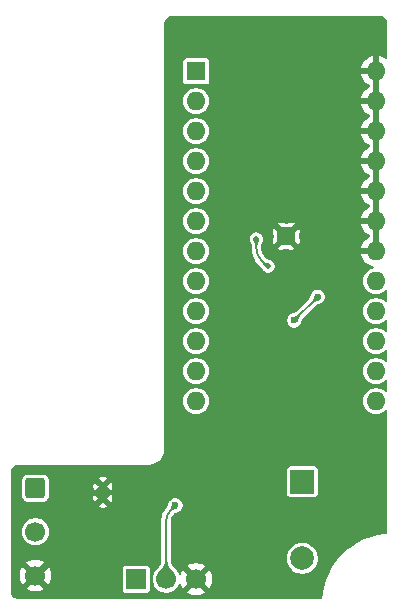
<source format=gbr>
%TF.GenerationSoftware,KiCad,Pcbnew,9.0.2*%
%TF.CreationDate,2025-08-14T17:11:00+06:00*%
%TF.ProjectId,hp3478a-ch32-ext,68703334-3738-4612-9d63-6833322d6578,rev?*%
%TF.SameCoordinates,Original*%
%TF.FileFunction,Copper,L2,Bot*%
%TF.FilePolarity,Positive*%
%FSLAX46Y46*%
G04 Gerber Fmt 4.6, Leading zero omitted, Abs format (unit mm)*
G04 Created by KiCad (PCBNEW 9.0.2) date 2025-08-14 17:11:00*
%MOMM*%
%LPD*%
G01*
G04 APERTURE LIST*
G04 Aperture macros list*
%AMRoundRect*
0 Rectangle with rounded corners*
0 $1 Rounding radius*
0 $2 $3 $4 $5 $6 $7 $8 $9 X,Y pos of 4 corners*
0 Add a 4 corners polygon primitive as box body*
4,1,4,$2,$3,$4,$5,$6,$7,$8,$9,$2,$3,0*
0 Add four circle primitives for the rounded corners*
1,1,$1+$1,$2,$3*
1,1,$1+$1,$4,$5*
1,1,$1+$1,$6,$7*
1,1,$1+$1,$8,$9*
0 Add four rect primitives between the rounded corners*
20,1,$1+$1,$2,$3,$4,$5,0*
20,1,$1+$1,$4,$5,$6,$7,0*
20,1,$1+$1,$6,$7,$8,$9,0*
20,1,$1+$1,$8,$9,$2,$3,0*%
G04 Aperture macros list end*
%TA.AperFunction,HeatsinkPad*%
%ADD10C,0.500000*%
%TD*%
%TA.AperFunction,HeatsinkPad*%
%ADD11R,1.650000X1.650000*%
%TD*%
%TA.AperFunction,HeatsinkPad*%
%ADD12C,0.600000*%
%TD*%
%TA.AperFunction,HeatsinkPad*%
%ADD13R,0.500000X1.600000*%
%TD*%
%TA.AperFunction,ComponentPad*%
%ADD14RoundRect,0.250000X-0.600000X0.600000X-0.600000X-0.600000X0.600000X-0.600000X0.600000X0.600000X0*%
%TD*%
%TA.AperFunction,ComponentPad*%
%ADD15C,1.700000*%
%TD*%
%TA.AperFunction,ComponentPad*%
%ADD16R,1.700000X1.700000*%
%TD*%
%TA.AperFunction,ComponentPad*%
%ADD17R,1.600000X1.600000*%
%TD*%
%TA.AperFunction,ComponentPad*%
%ADD18O,1.600000X1.600000*%
%TD*%
%TA.AperFunction,ComponentPad*%
%ADD19R,2.000000X2.000000*%
%TD*%
%TA.AperFunction,ComponentPad*%
%ADD20C,2.000000*%
%TD*%
%TA.AperFunction,ViaPad*%
%ADD21C,0.700000*%
%TD*%
%TA.AperFunction,ViaPad*%
%ADD22C,0.500000*%
%TD*%
%TA.AperFunction,ViaPad*%
%ADD23C,0.600000*%
%TD*%
%TA.AperFunction,ViaPad*%
%ADD24C,0.450000*%
%TD*%
%TA.AperFunction,Conductor*%
%ADD25C,0.200000*%
%TD*%
G04 APERTURE END LIST*
D10*
%TO.P,U1,21,VSS*%
%TO.N,GND*%
X59020000Y-56570000D03*
X58220000Y-56570000D03*
D11*
X58620000Y-56970000D03*
D10*
X59020000Y-57370000D03*
X58220000Y-57370000D03*
%TD*%
D12*
%TO.P,U2,7,PAD*%
%TO.N,GND*%
X43112500Y-78150000D03*
D13*
X43112500Y-78650000D03*
D12*
X43112500Y-79150000D03*
%TD*%
D14*
%TO.P,J2,1,Pin_1*%
%TO.N,VCC*%
X37400000Y-78300000D03*
D15*
%TO.P,J2,2,Pin_2*%
%TO.N,+5V*%
X37400000Y-82000000D03*
%TO.P,J2,3,Pin_3*%
%TO.N,GND*%
X37400000Y-85700000D03*
%TD*%
D16*
%TO.P,J3,1,Pin_1*%
%TO.N,+5V*%
X45920000Y-86000000D03*
D15*
%TO.P,J3,2,Pin_2*%
%TO.N,/SWIO*%
X48460000Y-86000000D03*
%TO.P,J3,3,Pin_3*%
%TO.N,GND*%
X51000000Y-86000000D03*
%TD*%
D17*
%TO.P,J1,1,SHIELD*%
%TO.N,unconnected-(J1-SHIELD-Pad1)*%
X51000000Y-43000000D03*
D18*
%TO.P,J1,2,ATN*%
%TO.N,Net-(J1-ATN)*%
X51000000Y-45540000D03*
%TO.P,J1,3,SRQ*%
%TO.N,Net-(J1-SRQ)*%
X51000000Y-48080000D03*
%TO.P,J1,4,IFC*%
%TO.N,Net-(J1-IFC)*%
X51000000Y-50620000D03*
%TO.P,J1,5,NDAC*%
%TO.N,Net-(J1-NDAC)*%
X51000000Y-53160000D03*
%TO.P,J1,6,NRFD*%
%TO.N,Net-(J1-NRFD)*%
X51000000Y-55700000D03*
%TO.P,J1,7,DAV*%
%TO.N,Net-(J1-DAV)*%
X51000000Y-58240000D03*
%TO.P,J1,8,EOI*%
%TO.N,Net-(J1-EOI)*%
X51000000Y-60780000D03*
%TO.P,J1,9,DIO4*%
%TO.N,Net-(J1-DIO4)*%
X51000000Y-63320000D03*
%TO.P,J1,10,DIO3*%
%TO.N,Net-(J1-DIO3)*%
X51000000Y-65860000D03*
%TO.P,J1,11,DIO2*%
%TO.N,Net-(J1-DIO2)*%
X51000000Y-68400000D03*
%TO.P,J1,12,DIO1*%
%TO.N,Net-(J1-DIO1)*%
X51000000Y-70940000D03*
%TO.P,J1,13,DIO5*%
%TO.N,Net-(J1-DIO5)*%
X66240000Y-70940000D03*
%TO.P,J1,14,DIO6*%
%TO.N,Net-(J1-DIO6)*%
X66240000Y-68400000D03*
%TO.P,J1,15,DIO7*%
%TO.N,Net-(J1-DIO7)*%
X66240000Y-65860000D03*
%TO.P,J1,16,DIO8*%
%TO.N,Net-(J1-DIO8)*%
X66240000Y-63320000D03*
%TO.P,J1,17,REN*%
%TO.N,Net-(J1-REN)*%
X66240000Y-60780000D03*
%TO.P,J1,18,G_DAV*%
%TO.N,GND*%
X66240000Y-58240000D03*
%TO.P,J1,19,G_NRFD*%
X66240000Y-55700000D03*
%TO.P,J1,20,G_NDAC*%
X66240000Y-53160000D03*
%TO.P,J1,21,G_IFC*%
X66240000Y-50620000D03*
%TO.P,J1,22,G_SRQ*%
X66240000Y-48080000D03*
%TO.P,J1,23,G_ATN*%
X66240000Y-45540000D03*
%TO.P,J1,24,G_SIG*%
X66240000Y-43000000D03*
%TD*%
D19*
%TO.P,BZ1,1,+*%
%TO.N,+5V*%
X60000000Y-77750000D03*
D20*
%TO.P,BZ1,2,-*%
%TO.N,Net-(BZ1--)*%
X60000000Y-84250000D03*
%TD*%
D21*
%TO.N,GND*%
X54600000Y-55600000D03*
X61200000Y-70300000D03*
X54700000Y-64200000D03*
X53500000Y-60500000D03*
X55500000Y-60100000D03*
X59169000Y-61000000D03*
D22*
X44700000Y-82720000D03*
X52320000Y-39540000D03*
X59940000Y-47160000D03*
X52320000Y-54780000D03*
X62480000Y-52240000D03*
X62480000Y-42080000D03*
X65020000Y-75100000D03*
D21*
X49300000Y-75900000D03*
D23*
X62500000Y-67000000D03*
D22*
X49780000Y-39540000D03*
D23*
X61100000Y-60200000D03*
D22*
X62480000Y-47160000D03*
D21*
X47400000Y-82700000D03*
D22*
X54860000Y-39540000D03*
D21*
X44300000Y-76900000D03*
D22*
X62480000Y-44620000D03*
X62480000Y-75100000D03*
X57400000Y-47160000D03*
X65020000Y-39540000D03*
X54860000Y-72560000D03*
X59940000Y-49700000D03*
D23*
X49200000Y-78500000D03*
D22*
X52320000Y-47160000D03*
X54860000Y-44620000D03*
X57400000Y-70020000D03*
X52320000Y-72560000D03*
X37080000Y-80180000D03*
X52320000Y-44620000D03*
X59940000Y-39540000D03*
X42160000Y-82720000D03*
X57400000Y-39540000D03*
D24*
X41550000Y-78650000D03*
D22*
X57400000Y-44620000D03*
X59940000Y-44620000D03*
D23*
X61700000Y-63900000D03*
D22*
X57400000Y-85260000D03*
X62480000Y-49700000D03*
X59940000Y-80180000D03*
X57400000Y-75100000D03*
X54860000Y-85260000D03*
X57400000Y-42080000D03*
X59940000Y-52240000D03*
X54860000Y-70020000D03*
X57400000Y-52240000D03*
X54860000Y-42080000D03*
X59940000Y-42080000D03*
X62480000Y-39540000D03*
X52320000Y-82720000D03*
D23*
X57400000Y-64100000D03*
D22*
X65020000Y-72560000D03*
D23*
%TO.N,/SWIO*%
X49250000Y-79750000D03*
D22*
%TO.N,/DAV*%
X56100000Y-57200000D03*
X57100000Y-59500000D03*
D23*
%TO.N,/BUZZ*%
X61300000Y-62100000D03*
X59300000Y-64100000D03*
%TD*%
D25*
%TO.N,/SWIO*%
X48460000Y-81098614D02*
X48460000Y-86000000D01*
X48855000Y-80145000D02*
X49250000Y-79750000D01*
X48855000Y-80145000D02*
G75*
G03*
X48460006Y-81098614I953600J-953600D01*
G01*
%TO.N,/DAV*%
X57100000Y-59500000D02*
X57050000Y-59500000D01*
X56550000Y-59050000D02*
X56964644Y-59464644D01*
X56100000Y-57200000D02*
X56100000Y-57963603D01*
X56964644Y-59464644D02*
G75*
G03*
X57050000Y-59500003I85356J85344D01*
G01*
X56550000Y-59050000D02*
G75*
G02*
X56099998Y-57963603I1086400J1086400D01*
G01*
%TO.N,/BUZZ*%
X59300000Y-64100000D02*
X61300000Y-62100000D01*
%TD*%
%TA.AperFunction,Conductor*%
%TO.N,GND*%
G36*
X66504842Y-38300976D02*
G01*
X66626764Y-38312985D01*
X66645794Y-38316770D01*
X66651133Y-38318390D01*
X66758354Y-38350915D01*
X66776285Y-38358342D01*
X66880022Y-38413791D01*
X66896158Y-38424573D01*
X66987083Y-38499193D01*
X67000806Y-38512916D01*
X67075426Y-38603841D01*
X67086208Y-38619977D01*
X67141657Y-38723714D01*
X67149084Y-38741645D01*
X67183228Y-38854203D01*
X67187014Y-38873237D01*
X67199023Y-38995157D01*
X67199500Y-39004861D01*
X67199500Y-41895930D01*
X67180593Y-41954121D01*
X67131093Y-41990085D01*
X67069907Y-41990085D01*
X67042309Y-41976023D01*
X66921347Y-41888138D01*
X66739027Y-41795243D01*
X66544414Y-41732009D01*
X66490000Y-41723390D01*
X66490000Y-42684314D01*
X66485606Y-42679920D01*
X66394394Y-42627259D01*
X66292661Y-42600000D01*
X66187339Y-42600000D01*
X66085606Y-42627259D01*
X65994394Y-42679920D01*
X65990000Y-42684314D01*
X65990000Y-41723391D01*
X65989999Y-41723390D01*
X65935585Y-41732009D01*
X65740972Y-41795243D01*
X65558653Y-41888138D01*
X65393108Y-42008414D01*
X65248414Y-42153108D01*
X65128138Y-42318653D01*
X65035243Y-42500972D01*
X64972009Y-42695585D01*
X64963390Y-42749999D01*
X64963391Y-42750000D01*
X65924314Y-42750000D01*
X65919920Y-42754394D01*
X65867259Y-42845606D01*
X65840000Y-42947339D01*
X65840000Y-43052661D01*
X65867259Y-43154394D01*
X65919920Y-43245606D01*
X65924314Y-43250000D01*
X64963390Y-43250000D01*
X64972009Y-43304414D01*
X65035243Y-43499027D01*
X65128138Y-43681346D01*
X65248414Y-43846891D01*
X65393108Y-43991585D01*
X65558653Y-44111861D01*
X65695897Y-44181790D01*
X65739162Y-44225055D01*
X65748733Y-44285487D01*
X65720956Y-44340003D01*
X65695897Y-44358210D01*
X65558653Y-44428138D01*
X65393108Y-44548414D01*
X65248414Y-44693108D01*
X65128138Y-44858653D01*
X65035243Y-45040972D01*
X64972009Y-45235585D01*
X64963390Y-45289999D01*
X64963391Y-45290000D01*
X65924314Y-45290000D01*
X65919920Y-45294394D01*
X65867259Y-45385606D01*
X65840000Y-45487339D01*
X65840000Y-45592661D01*
X65867259Y-45694394D01*
X65919920Y-45785606D01*
X65924314Y-45790000D01*
X64963390Y-45790000D01*
X64972009Y-45844414D01*
X65035243Y-46039027D01*
X65128138Y-46221346D01*
X65248414Y-46386891D01*
X65393108Y-46531585D01*
X65558653Y-46651861D01*
X65695897Y-46721790D01*
X65739162Y-46765055D01*
X65748733Y-46825487D01*
X65720956Y-46880003D01*
X65695897Y-46898210D01*
X65558653Y-46968138D01*
X65393108Y-47088414D01*
X65248414Y-47233108D01*
X65128138Y-47398653D01*
X65035243Y-47580972D01*
X64972009Y-47775585D01*
X64963390Y-47829999D01*
X64963391Y-47830000D01*
X65924314Y-47830000D01*
X65919920Y-47834394D01*
X65867259Y-47925606D01*
X65840000Y-48027339D01*
X65840000Y-48132661D01*
X65867259Y-48234394D01*
X65919920Y-48325606D01*
X65924314Y-48330000D01*
X64963390Y-48330000D01*
X64972009Y-48384414D01*
X65035243Y-48579027D01*
X65128138Y-48761346D01*
X65248414Y-48926891D01*
X65393108Y-49071585D01*
X65558653Y-49191861D01*
X65695897Y-49261790D01*
X65739162Y-49305055D01*
X65748733Y-49365487D01*
X65720956Y-49420003D01*
X65695897Y-49438210D01*
X65558653Y-49508138D01*
X65393108Y-49628414D01*
X65248414Y-49773108D01*
X65128138Y-49938653D01*
X65035243Y-50120972D01*
X64972009Y-50315585D01*
X64963390Y-50369999D01*
X64963391Y-50370000D01*
X65924314Y-50370000D01*
X65919920Y-50374394D01*
X65867259Y-50465606D01*
X65840000Y-50567339D01*
X65840000Y-50672661D01*
X65867259Y-50774394D01*
X65919920Y-50865606D01*
X65924314Y-50870000D01*
X64963390Y-50870000D01*
X64972009Y-50924414D01*
X65035243Y-51119027D01*
X65128138Y-51301346D01*
X65248414Y-51466891D01*
X65393108Y-51611585D01*
X65558653Y-51731861D01*
X65695897Y-51801790D01*
X65739162Y-51845055D01*
X65748733Y-51905487D01*
X65720956Y-51960003D01*
X65695897Y-51978210D01*
X65558653Y-52048138D01*
X65393108Y-52168414D01*
X65248414Y-52313108D01*
X65128138Y-52478653D01*
X65035243Y-52660972D01*
X64972009Y-52855585D01*
X64963390Y-52909999D01*
X64963391Y-52910000D01*
X65924314Y-52910000D01*
X65919920Y-52914394D01*
X65867259Y-53005606D01*
X65840000Y-53107339D01*
X65840000Y-53212661D01*
X65867259Y-53314394D01*
X65919920Y-53405606D01*
X65924314Y-53410000D01*
X64963390Y-53410000D01*
X64972009Y-53464414D01*
X65035243Y-53659027D01*
X65128138Y-53841346D01*
X65248414Y-54006891D01*
X65393108Y-54151585D01*
X65558653Y-54271861D01*
X65695897Y-54341790D01*
X65739162Y-54385055D01*
X65748733Y-54445487D01*
X65720956Y-54500003D01*
X65695897Y-54518210D01*
X65558653Y-54588138D01*
X65393108Y-54708414D01*
X65248414Y-54853108D01*
X65128138Y-55018653D01*
X65035243Y-55200972D01*
X64972009Y-55395585D01*
X64963390Y-55449999D01*
X64963391Y-55450000D01*
X65924314Y-55450000D01*
X65919920Y-55454394D01*
X65867259Y-55545606D01*
X65840000Y-55647339D01*
X65840000Y-55752661D01*
X65867259Y-55854394D01*
X65919920Y-55945606D01*
X65924314Y-55950000D01*
X64963390Y-55950000D01*
X64972009Y-56004414D01*
X65035243Y-56199027D01*
X65128138Y-56381346D01*
X65248414Y-56546891D01*
X65393108Y-56691585D01*
X65558653Y-56811861D01*
X65695897Y-56881790D01*
X65739162Y-56925055D01*
X65748733Y-56985487D01*
X65720956Y-57040003D01*
X65695897Y-57058210D01*
X65558653Y-57128138D01*
X65393108Y-57248414D01*
X65248414Y-57393108D01*
X65128138Y-57558653D01*
X65035243Y-57740972D01*
X64972009Y-57935585D01*
X64963390Y-57989999D01*
X64963391Y-57990000D01*
X65924314Y-57990000D01*
X65919920Y-57994394D01*
X65867259Y-58085606D01*
X65840000Y-58187339D01*
X65840000Y-58292661D01*
X65867259Y-58394394D01*
X65919920Y-58485606D01*
X65924314Y-58490000D01*
X64963390Y-58490000D01*
X64972009Y-58544414D01*
X65035243Y-58739027D01*
X65128138Y-58921346D01*
X65248414Y-59086891D01*
X65393108Y-59231585D01*
X65558653Y-59351861D01*
X65740972Y-59444756D01*
X65935587Y-59507991D01*
X65970636Y-59513542D01*
X66025153Y-59541319D01*
X66052931Y-59595835D01*
X66043360Y-59656267D01*
X66000096Y-59699532D01*
X65985743Y-59705477D01*
X65817561Y-59760123D01*
X65817558Y-59760125D01*
X65663214Y-59838766D01*
X65523073Y-59940585D01*
X65400585Y-60063073D01*
X65298766Y-60203214D01*
X65220125Y-60357558D01*
X65220123Y-60357561D01*
X65166598Y-60522293D01*
X65166597Y-60522297D01*
X65139500Y-60693385D01*
X65139500Y-60866614D01*
X65166597Y-61037702D01*
X65166598Y-61037706D01*
X65220123Y-61202438D01*
X65220125Y-61202441D01*
X65280499Y-61320934D01*
X65298768Y-61356788D01*
X65400586Y-61496928D01*
X65523072Y-61619414D01*
X65663212Y-61721232D01*
X65817555Y-61799873D01*
X65817557Y-61799873D01*
X65817558Y-61799874D01*
X65817561Y-61799876D01*
X65982293Y-61853401D01*
X65982297Y-61853402D01*
X66153386Y-61880500D01*
X66153389Y-61880500D01*
X66326614Y-61880500D01*
X66497702Y-61853402D01*
X66497706Y-61853401D01*
X66662438Y-61799876D01*
X66662440Y-61799874D01*
X66662445Y-61799873D01*
X66816788Y-61721232D01*
X66956928Y-61619414D01*
X67030498Y-61545843D01*
X67085013Y-61518068D01*
X67145445Y-61527639D01*
X67188710Y-61570904D01*
X67199500Y-61615849D01*
X67199500Y-62484151D01*
X67180593Y-62542342D01*
X67131093Y-62578306D01*
X67069907Y-62578306D01*
X67030498Y-62554156D01*
X66956928Y-62480586D01*
X66816788Y-62378768D01*
X66816787Y-62378767D01*
X66816785Y-62378766D01*
X66662441Y-62300125D01*
X66662438Y-62300123D01*
X66497706Y-62246598D01*
X66497702Y-62246597D01*
X66326614Y-62219500D01*
X66326611Y-62219500D01*
X66153389Y-62219500D01*
X66153386Y-62219500D01*
X65982297Y-62246597D01*
X65982293Y-62246598D01*
X65817561Y-62300123D01*
X65817558Y-62300125D01*
X65663214Y-62378766D01*
X65523073Y-62480585D01*
X65400585Y-62603073D01*
X65298766Y-62743214D01*
X65220125Y-62897558D01*
X65220123Y-62897561D01*
X65166598Y-63062293D01*
X65166597Y-63062297D01*
X65139500Y-63233385D01*
X65139500Y-63406614D01*
X65166597Y-63577702D01*
X65166598Y-63577706D01*
X65220123Y-63742438D01*
X65220125Y-63742441D01*
X65280499Y-63860934D01*
X65298768Y-63896788D01*
X65400586Y-64036928D01*
X65523072Y-64159414D01*
X65663212Y-64261232D01*
X65817555Y-64339873D01*
X65817557Y-64339873D01*
X65817558Y-64339874D01*
X65817561Y-64339876D01*
X65982293Y-64393401D01*
X65982297Y-64393402D01*
X66153386Y-64420500D01*
X66153389Y-64420500D01*
X66326614Y-64420500D01*
X66497702Y-64393402D01*
X66497706Y-64393401D01*
X66662438Y-64339876D01*
X66662440Y-64339874D01*
X66662445Y-64339873D01*
X66816788Y-64261232D01*
X66956928Y-64159414D01*
X67030498Y-64085843D01*
X67085013Y-64058068D01*
X67145445Y-64067639D01*
X67188710Y-64110904D01*
X67199500Y-64155849D01*
X67199500Y-65024151D01*
X67180593Y-65082342D01*
X67131093Y-65118306D01*
X67069907Y-65118306D01*
X67030498Y-65094156D01*
X66956928Y-65020586D01*
X66816788Y-64918768D01*
X66816787Y-64918767D01*
X66816785Y-64918766D01*
X66662441Y-64840125D01*
X66662438Y-64840123D01*
X66497706Y-64786598D01*
X66497702Y-64786597D01*
X66326614Y-64759500D01*
X66326611Y-64759500D01*
X66153389Y-64759500D01*
X66153386Y-64759500D01*
X65982297Y-64786597D01*
X65982293Y-64786598D01*
X65817561Y-64840123D01*
X65817558Y-64840125D01*
X65663214Y-64918766D01*
X65523073Y-65020585D01*
X65400585Y-65143073D01*
X65298766Y-65283214D01*
X65220125Y-65437558D01*
X65220123Y-65437561D01*
X65166598Y-65602293D01*
X65166597Y-65602297D01*
X65139500Y-65773385D01*
X65139500Y-65946614D01*
X65166597Y-66117702D01*
X65166598Y-66117706D01*
X65220123Y-66282438D01*
X65220125Y-66282441D01*
X65280499Y-66400934D01*
X65298768Y-66436788D01*
X65400586Y-66576928D01*
X65523072Y-66699414D01*
X65663212Y-66801232D01*
X65817555Y-66879873D01*
X65817557Y-66879873D01*
X65817558Y-66879874D01*
X65817561Y-66879876D01*
X65982293Y-66933401D01*
X65982297Y-66933402D01*
X66153386Y-66960500D01*
X66153389Y-66960500D01*
X66326614Y-66960500D01*
X66497702Y-66933402D01*
X66497706Y-66933401D01*
X66662438Y-66879876D01*
X66662440Y-66879874D01*
X66662445Y-66879873D01*
X66816788Y-66801232D01*
X66956928Y-66699414D01*
X67030498Y-66625843D01*
X67085013Y-66598068D01*
X67145445Y-66607639D01*
X67188710Y-66650904D01*
X67199500Y-66695849D01*
X67199500Y-67564151D01*
X67180593Y-67622342D01*
X67131093Y-67658306D01*
X67069907Y-67658306D01*
X67030498Y-67634156D01*
X66956928Y-67560586D01*
X66816788Y-67458768D01*
X66816787Y-67458767D01*
X66816785Y-67458766D01*
X66662441Y-67380125D01*
X66662438Y-67380123D01*
X66497706Y-67326598D01*
X66497702Y-67326597D01*
X66326614Y-67299500D01*
X66326611Y-67299500D01*
X66153389Y-67299500D01*
X66153386Y-67299500D01*
X65982297Y-67326597D01*
X65982293Y-67326598D01*
X65817561Y-67380123D01*
X65817558Y-67380125D01*
X65663214Y-67458766D01*
X65523073Y-67560585D01*
X65400585Y-67683073D01*
X65298766Y-67823214D01*
X65220125Y-67977558D01*
X65220123Y-67977561D01*
X65166598Y-68142293D01*
X65166597Y-68142297D01*
X65139500Y-68313385D01*
X65139500Y-68486614D01*
X65166597Y-68657702D01*
X65166598Y-68657706D01*
X65220123Y-68822438D01*
X65220125Y-68822441D01*
X65280499Y-68940934D01*
X65298768Y-68976788D01*
X65400586Y-69116928D01*
X65523072Y-69239414D01*
X65663212Y-69341232D01*
X65817555Y-69419873D01*
X65817557Y-69419873D01*
X65817558Y-69419874D01*
X65817561Y-69419876D01*
X65982293Y-69473401D01*
X65982297Y-69473402D01*
X66153386Y-69500500D01*
X66153389Y-69500500D01*
X66326614Y-69500500D01*
X66497702Y-69473402D01*
X66497706Y-69473401D01*
X66662438Y-69419876D01*
X66662440Y-69419874D01*
X66662445Y-69419873D01*
X66816788Y-69341232D01*
X66956928Y-69239414D01*
X67030498Y-69165843D01*
X67085013Y-69138068D01*
X67145445Y-69147639D01*
X67188710Y-69190904D01*
X67199500Y-69235849D01*
X67199500Y-70104151D01*
X67180593Y-70162342D01*
X67131093Y-70198306D01*
X67069907Y-70198306D01*
X67030498Y-70174156D01*
X66956928Y-70100586D01*
X66816788Y-69998768D01*
X66816787Y-69998767D01*
X66816785Y-69998766D01*
X66662441Y-69920125D01*
X66662438Y-69920123D01*
X66497706Y-69866598D01*
X66497702Y-69866597D01*
X66326614Y-69839500D01*
X66326611Y-69839500D01*
X66153389Y-69839500D01*
X66153386Y-69839500D01*
X65982297Y-69866597D01*
X65982293Y-69866598D01*
X65817561Y-69920123D01*
X65817558Y-69920125D01*
X65663214Y-69998766D01*
X65523073Y-70100585D01*
X65400585Y-70223073D01*
X65298766Y-70363214D01*
X65220125Y-70517558D01*
X65220123Y-70517561D01*
X65166598Y-70682293D01*
X65166597Y-70682297D01*
X65139500Y-70853385D01*
X65139500Y-71026614D01*
X65166597Y-71197702D01*
X65166598Y-71197706D01*
X65220123Y-71362438D01*
X65220125Y-71362441D01*
X65280499Y-71480934D01*
X65298768Y-71516788D01*
X65400586Y-71656928D01*
X65523072Y-71779414D01*
X65663212Y-71881232D01*
X65817555Y-71959873D01*
X65817557Y-71959873D01*
X65817558Y-71959874D01*
X65817561Y-71959876D01*
X65982293Y-72013401D01*
X65982297Y-72013402D01*
X66153386Y-72040500D01*
X66153389Y-72040500D01*
X66326614Y-72040500D01*
X66497702Y-72013402D01*
X66497706Y-72013401D01*
X66662438Y-71959876D01*
X66662440Y-71959874D01*
X66662445Y-71959873D01*
X66816788Y-71881232D01*
X66956928Y-71779414D01*
X67030498Y-71705843D01*
X67085013Y-71678068D01*
X67145445Y-71687639D01*
X67188710Y-71730904D01*
X67199500Y-71775849D01*
X67199500Y-81992209D01*
X67198281Y-82007697D01*
X67192188Y-82046163D01*
X67182617Y-82075619D01*
X67168519Y-82103289D01*
X67150311Y-82128350D01*
X67128348Y-82150312D01*
X67103292Y-82168516D01*
X67075622Y-82182615D01*
X67046164Y-82192187D01*
X67021617Y-82196075D01*
X67015097Y-82196887D01*
X66997435Y-82198493D01*
X66990841Y-82199093D01*
X66981877Y-82199500D01*
X66952408Y-82199500D01*
X66949808Y-82200344D01*
X66928169Y-82204782D01*
X66748848Y-82221049D01*
X66550097Y-82254727D01*
X66305430Y-82296186D01*
X66087524Y-82350677D01*
X65869129Y-82405292D01*
X65869121Y-82405294D01*
X65442549Y-82547717D01*
X65028205Y-82722621D01*
X64628597Y-82928950D01*
X64246088Y-83165483D01*
X63882955Y-83430813D01*
X63541371Y-83723348D01*
X63223352Y-84041367D01*
X63132335Y-84147644D01*
X62930815Y-84382951D01*
X62930810Y-84382958D01*
X62665486Y-84746084D01*
X62428953Y-85128592D01*
X62222623Y-85528200D01*
X62047720Y-85942541D01*
X61905294Y-86369124D01*
X61905289Y-86369142D01*
X61796190Y-86805411D01*
X61796188Y-86805417D01*
X61796187Y-86805425D01*
X61765928Y-86983996D01*
X61721050Y-87248841D01*
X61704783Y-87428159D01*
X61704782Y-87428166D01*
X61703777Y-87439233D01*
X61699499Y-87452403D01*
X61699499Y-87486350D01*
X61699093Y-87490822D01*
X61699092Y-87490835D01*
X61696885Y-87515108D01*
X61696073Y-87521628D01*
X61692188Y-87546160D01*
X61682617Y-87575619D01*
X61668520Y-87603287D01*
X61650314Y-87628347D01*
X61628349Y-87650312D01*
X61603290Y-87668518D01*
X61575619Y-87682617D01*
X61546163Y-87692188D01*
X61521282Y-87696129D01*
X61507694Y-87698281D01*
X61492210Y-87699500D01*
X36004861Y-87699500D01*
X35995157Y-87699023D01*
X35873237Y-87687014D01*
X35854203Y-87683228D01*
X35741645Y-87649084D01*
X35723714Y-87641657D01*
X35619977Y-87586208D01*
X35603841Y-87575426D01*
X35512916Y-87500806D01*
X35499193Y-87487083D01*
X35424573Y-87396158D01*
X35413791Y-87380022D01*
X35358342Y-87276285D01*
X35350915Y-87258354D01*
X35319448Y-87154620D01*
X35316770Y-87145794D01*
X35312985Y-87126762D01*
X35310566Y-87102206D01*
X35300977Y-87004842D01*
X35300500Y-86995138D01*
X35300500Y-86815269D01*
X36638282Y-86815269D01*
X36638282Y-86815270D01*
X36692440Y-86854619D01*
X36692446Y-86854623D01*
X36881784Y-86951095D01*
X37083878Y-87016759D01*
X37293750Y-87050000D01*
X37506250Y-87050000D01*
X37716121Y-87016759D01*
X37918215Y-86951095D01*
X38107556Y-86854620D01*
X38161716Y-86815270D01*
X37399999Y-86053553D01*
X36638282Y-86815269D01*
X35300500Y-86815269D01*
X35300500Y-85593749D01*
X36050000Y-85593749D01*
X36050000Y-85806250D01*
X36083240Y-86016121D01*
X36148904Y-86218215D01*
X36245376Y-86407553D01*
X36245380Y-86407559D01*
X36284728Y-86461716D01*
X36284729Y-86461716D01*
X37046445Y-85700000D01*
X37000367Y-85653922D01*
X37050000Y-85653922D01*
X37050000Y-85746078D01*
X37073852Y-85835095D01*
X37119930Y-85914905D01*
X37185095Y-85980070D01*
X37264905Y-86026148D01*
X37353922Y-86050000D01*
X37446078Y-86050000D01*
X37535095Y-86026148D01*
X37614905Y-85980070D01*
X37680070Y-85914905D01*
X37726148Y-85835095D01*
X37750000Y-85746078D01*
X37750000Y-85699999D01*
X37753553Y-85699999D01*
X38515270Y-86461716D01*
X38554620Y-86407556D01*
X38651095Y-86218215D01*
X38716759Y-86016121D01*
X38750000Y-85806250D01*
X38750000Y-85593749D01*
X38716759Y-85383878D01*
X38651094Y-85181782D01*
X38633485Y-85147222D01*
X38633484Y-85147221D01*
X38612038Y-85105130D01*
X44769500Y-85105130D01*
X44769500Y-86894860D01*
X44769501Y-86894863D01*
X44772414Y-86919990D01*
X44786727Y-86952405D01*
X44817794Y-87022765D01*
X44897235Y-87102206D01*
X45000009Y-87147585D01*
X45025135Y-87150500D01*
X46814864Y-87150499D01*
X46839991Y-87147585D01*
X46942765Y-87102206D01*
X47022206Y-87022765D01*
X47067585Y-86919991D01*
X47070500Y-86894865D01*
X47070499Y-85909450D01*
X47309500Y-85909450D01*
X47309500Y-86090549D01*
X47337828Y-86269406D01*
X47393788Y-86441637D01*
X47432806Y-86518215D01*
X47476004Y-86602994D01*
X47582447Y-86749501D01*
X47710499Y-86877553D01*
X47857006Y-86983996D01*
X48018361Y-87066211D01*
X48190591Y-87122171D01*
X48262136Y-87133502D01*
X48369451Y-87150500D01*
X48369454Y-87150500D01*
X48550549Y-87150500D01*
X48639977Y-87136335D01*
X48729409Y-87122171D01*
X48901639Y-87066211D01*
X48901642Y-87066209D01*
X48901646Y-87066208D01*
X49022082Y-87004842D01*
X49052527Y-86989329D01*
X49052530Y-86989328D01*
X49056166Y-86987474D01*
X49062994Y-86983996D01*
X49209501Y-86877553D01*
X49337553Y-86749501D01*
X49443996Y-86602994D01*
X49526211Y-86441639D01*
X49530962Y-86427018D01*
X49566924Y-86377517D01*
X49625115Y-86358608D01*
X49683306Y-86377514D01*
X49719271Y-86427013D01*
X49719272Y-86427015D01*
X49748904Y-86518215D01*
X49845376Y-86707553D01*
X49845380Y-86707559D01*
X49884728Y-86761716D01*
X49884729Y-86761716D01*
X50517037Y-86129407D01*
X50534075Y-86192993D01*
X50599901Y-86307007D01*
X50692993Y-86400099D01*
X50807007Y-86465925D01*
X50870589Y-86482962D01*
X50238282Y-87115269D01*
X50238282Y-87115270D01*
X50292440Y-87154619D01*
X50292446Y-87154623D01*
X50481784Y-87251095D01*
X50683878Y-87316759D01*
X50893750Y-87350000D01*
X51106250Y-87350000D01*
X51316121Y-87316759D01*
X51518215Y-87251095D01*
X51707556Y-87154620D01*
X51761716Y-87115270D01*
X51129408Y-86482962D01*
X51192993Y-86465925D01*
X51307007Y-86400099D01*
X51400099Y-86307007D01*
X51465925Y-86192993D01*
X51482962Y-86129408D01*
X52115270Y-86761716D01*
X52154620Y-86707556D01*
X52251095Y-86518215D01*
X52316759Y-86316121D01*
X52350000Y-86106250D01*
X52350000Y-85893749D01*
X52316759Y-85683878D01*
X52251095Y-85481784D01*
X52154623Y-85292446D01*
X52154619Y-85292440D01*
X52115270Y-85238282D01*
X52115269Y-85238282D01*
X51482962Y-85870589D01*
X51465925Y-85807007D01*
X51400099Y-85692993D01*
X51307007Y-85599901D01*
X51192993Y-85534075D01*
X51129407Y-85517037D01*
X51761716Y-84884729D01*
X51761716Y-84884728D01*
X51707559Y-84845380D01*
X51707553Y-84845376D01*
X51518215Y-84748904D01*
X51316121Y-84683240D01*
X51106250Y-84650000D01*
X50893750Y-84650000D01*
X50683878Y-84683240D01*
X50481784Y-84748904D01*
X50292446Y-84845376D01*
X50292442Y-84845378D01*
X50238282Y-84884728D01*
X50870591Y-85517037D01*
X50807007Y-85534075D01*
X50692993Y-85599901D01*
X50599901Y-85692993D01*
X50534075Y-85807007D01*
X50517037Y-85870591D01*
X49884728Y-85238282D01*
X49845378Y-85292442D01*
X49845376Y-85292446D01*
X49748904Y-85481784D01*
X49719272Y-85572984D01*
X49683308Y-85622484D01*
X49625117Y-85641391D01*
X49566926Y-85622484D01*
X49530962Y-85572984D01*
X49530962Y-85572983D01*
X49526211Y-85558362D01*
X49526211Y-85558361D01*
X49443996Y-85397006D01*
X49434458Y-85383878D01*
X49420513Y-85364684D01*
X49411603Y-85349847D01*
X49404826Y-85335935D01*
X49404825Y-85335933D01*
X49404822Y-85335927D01*
X49224670Y-85093002D01*
X49218576Y-85085059D01*
X49218099Y-85084458D01*
X49218077Y-85084431D01*
X49218061Y-85084411D01*
X49214448Y-85080009D01*
X49211755Y-85076728D01*
X49101410Y-84946676D01*
X49100566Y-84945668D01*
X49061041Y-84897794D01*
X48984793Y-84805439D01*
X48978973Y-84797636D01*
X48950475Y-84755235D01*
X48944701Y-84745481D01*
X48923871Y-84705195D01*
X48918662Y-84693255D01*
X48901749Y-84646255D01*
X48898274Y-84634272D01*
X48883358Y-84567281D01*
X48881627Y-84556957D01*
X48870578Y-84459820D01*
X48869998Y-84451844D01*
X48866811Y-84352352D01*
X48865712Y-84318038D01*
X48865629Y-84315705D01*
X48865628Y-84315694D01*
X48862972Y-84304033D01*
X48860500Y-84282048D01*
X48860500Y-84147644D01*
X58699500Y-84147644D01*
X58699500Y-84352355D01*
X58731521Y-84554529D01*
X58794780Y-84749219D01*
X58887712Y-84931609D01*
X58887714Y-84931613D01*
X59008029Y-85097213D01*
X59008031Y-85097215D01*
X59008034Y-85097219D01*
X59152781Y-85241966D01*
X59152784Y-85241968D01*
X59152786Y-85241970D01*
X59318386Y-85362285D01*
X59318390Y-85362287D01*
X59500781Y-85455220D01*
X59695466Y-85518477D01*
X59695467Y-85518477D01*
X59695470Y-85518478D01*
X59897645Y-85550500D01*
X59897648Y-85550500D01*
X60102355Y-85550500D01*
X60304529Y-85518478D01*
X60304530Y-85518477D01*
X60304534Y-85518477D01*
X60499219Y-85455220D01*
X60681610Y-85362287D01*
X60698733Y-85349847D01*
X60736813Y-85322180D01*
X60847219Y-85241966D01*
X60991966Y-85097219D01*
X61101332Y-84946689D01*
X61112285Y-84931613D01*
X61112287Y-84931610D01*
X61205220Y-84749219D01*
X61268477Y-84554534D01*
X61283475Y-84459841D01*
X61300500Y-84352355D01*
X61300500Y-84147644D01*
X61268478Y-83945470D01*
X61268477Y-83945466D01*
X61205220Y-83750781D01*
X61112287Y-83568390D01*
X61112285Y-83568386D01*
X60991970Y-83402786D01*
X60991968Y-83402784D01*
X60991966Y-83402781D01*
X60847219Y-83258034D01*
X60847215Y-83258031D01*
X60847213Y-83258029D01*
X60681613Y-83137714D01*
X60681609Y-83137712D01*
X60499219Y-83044780D01*
X60304529Y-82981521D01*
X60102355Y-82949500D01*
X60102352Y-82949500D01*
X59897648Y-82949500D01*
X59897645Y-82949500D01*
X59695470Y-82981521D01*
X59500780Y-83044780D01*
X59318390Y-83137712D01*
X59318386Y-83137714D01*
X59152786Y-83258029D01*
X59008029Y-83402786D01*
X58887714Y-83568386D01*
X58887712Y-83568390D01*
X58794780Y-83750780D01*
X58731521Y-83945470D01*
X58699500Y-84147644D01*
X48860500Y-84147644D01*
X48860500Y-81102499D01*
X48860805Y-81094733D01*
X48871560Y-80958050D01*
X48873987Y-80942727D01*
X48905085Y-80813188D01*
X48909880Y-80798434D01*
X48960855Y-80675367D01*
X48967898Y-80661544D01*
X49037505Y-80547954D01*
X49046630Y-80535397D01*
X49046821Y-80535174D01*
X49116934Y-80453080D01*
X49137548Y-80435369D01*
X49137505Y-80435313D01*
X49138426Y-80434615D01*
X49139989Y-80433272D01*
X49141154Y-80432549D01*
X49157220Y-80417860D01*
X49191022Y-80397589D01*
X49196289Y-80395727D01*
X49213115Y-80391396D01*
X49223068Y-80389748D01*
X49226857Y-80389121D01*
X49233667Y-80387913D01*
X49233683Y-80387909D01*
X49233694Y-80387908D01*
X49234191Y-80387814D01*
X49240308Y-80386593D01*
X49345567Y-80364450D01*
X49371194Y-80357888D01*
X49373133Y-80357301D01*
X49398156Y-80348523D01*
X49458536Y-80324351D01*
X49478621Y-80315460D01*
X49480128Y-80314727D01*
X49499390Y-80304492D01*
X49558785Y-80270159D01*
X49566669Y-80265442D01*
X49567283Y-80265062D01*
X49581244Y-80255885D01*
X49581254Y-80255874D01*
X49585303Y-80252550D01*
X49585515Y-80252809D01*
X49601386Y-80240524D01*
X49618716Y-80230520D01*
X49730520Y-80118716D01*
X49809577Y-79981784D01*
X49850500Y-79829057D01*
X49850500Y-79670943D01*
X49809577Y-79518216D01*
X49730520Y-79381284D01*
X49618716Y-79269480D01*
X49481784Y-79190423D01*
X49329057Y-79149500D01*
X49170943Y-79149500D01*
X49085692Y-79172343D01*
X49018216Y-79190423D01*
X48881284Y-79269480D01*
X48769478Y-79381286D01*
X48750912Y-79413443D01*
X48739876Y-79428911D01*
X48730884Y-79439248D01*
X48730883Y-79439250D01*
X48697498Y-79496084D01*
X48688049Y-79513434D01*
X48687385Y-79514752D01*
X48679146Y-79532509D01*
X48654458Y-79590520D01*
X48645163Y-79615284D01*
X48644541Y-79617188D01*
X48637506Y-79642315D01*
X48612373Y-79749544D01*
X48611853Y-79751656D01*
X48597971Y-79805525D01*
X48578178Y-79844173D01*
X48555291Y-79871655D01*
X48555286Y-79871663D01*
X48553155Y-79875415D01*
X48537081Y-79896516D01*
X48490731Y-79942866D01*
X48351157Y-80124764D01*
X48236507Y-80323347D01*
X48148766Y-80535174D01*
X48089426Y-80756641D01*
X48089424Y-80756651D01*
X48059499Y-80983972D01*
X48059499Y-80983976D01*
X48059500Y-81045887D01*
X48059500Y-84283670D01*
X48059340Y-84289302D01*
X48058891Y-84297181D01*
X48054295Y-84318124D01*
X48050160Y-84450408D01*
X48050086Y-84451712D01*
X48050003Y-84451924D01*
X48049647Y-84456955D01*
X48038903Y-84554173D01*
X48037402Y-84563580D01*
X48024907Y-84623277D01*
X48022165Y-84633579D01*
X48011262Y-84667146D01*
X48004805Y-84682492D01*
X47961122Y-84765902D01*
X47951451Y-84780901D01*
X47856294Y-84902767D01*
X47853201Y-84906533D01*
X47822072Y-84942589D01*
X47819370Y-84945760D01*
X47680627Y-85110828D01*
X47674412Y-85118469D01*
X47673962Y-85119040D01*
X47667448Y-85127625D01*
X47513845Y-85337599D01*
X47510103Y-85342830D01*
X47509824Y-85343229D01*
X47502460Y-85354259D01*
X47502451Y-85354276D01*
X47501327Y-85357075D01*
X47489569Y-85378333D01*
X47476002Y-85397007D01*
X47476000Y-85397011D01*
X47393791Y-85558353D01*
X47393789Y-85558359D01*
X47337828Y-85730593D01*
X47309500Y-85909450D01*
X47070499Y-85909450D01*
X47070499Y-85105136D01*
X47067585Y-85080009D01*
X47022206Y-84977235D01*
X46942765Y-84897794D01*
X46839991Y-84852415D01*
X46839990Y-84852414D01*
X46839988Y-84852414D01*
X46814868Y-84849500D01*
X45025139Y-84849500D01*
X45025136Y-84849501D01*
X45000009Y-84852414D01*
X44897235Y-84897794D01*
X44817794Y-84977235D01*
X44772414Y-85080011D01*
X44769500Y-85105130D01*
X38612038Y-85105130D01*
X38554623Y-84992446D01*
X38554619Y-84992440D01*
X38515270Y-84938282D01*
X38515269Y-84938282D01*
X37753553Y-85699999D01*
X37750000Y-85699999D01*
X37750000Y-85653922D01*
X37726148Y-85564905D01*
X37680070Y-85485095D01*
X37614905Y-85419930D01*
X37535095Y-85373852D01*
X37446078Y-85350000D01*
X37353922Y-85350000D01*
X37264905Y-85373852D01*
X37185095Y-85419930D01*
X37119930Y-85485095D01*
X37073852Y-85564905D01*
X37050000Y-85653922D01*
X37000367Y-85653922D01*
X36284728Y-84938282D01*
X36245378Y-84992442D01*
X36245376Y-84992446D01*
X36148904Y-85181784D01*
X36083240Y-85383878D01*
X36050000Y-85593749D01*
X35300500Y-85593749D01*
X35300500Y-84584728D01*
X36638282Y-84584728D01*
X37400000Y-85346445D01*
X38161716Y-84584729D01*
X38161716Y-84584728D01*
X38107559Y-84545380D01*
X38107553Y-84545376D01*
X37918215Y-84448904D01*
X37716121Y-84383240D01*
X37506250Y-84350000D01*
X37293750Y-84350000D01*
X37083878Y-84383240D01*
X36881784Y-84448904D01*
X36692446Y-84545376D01*
X36692442Y-84545378D01*
X36638282Y-84584728D01*
X35300500Y-84584728D01*
X35300500Y-81909450D01*
X36249500Y-81909450D01*
X36249500Y-82090549D01*
X36277828Y-82269406D01*
X36333788Y-82441637D01*
X36387838Y-82547717D01*
X36416004Y-82602994D01*
X36522447Y-82749501D01*
X36650499Y-82877553D01*
X36797006Y-82983996D01*
X36958361Y-83066211D01*
X37130591Y-83122171D01*
X37202136Y-83133502D01*
X37309451Y-83150500D01*
X37309454Y-83150500D01*
X37490549Y-83150500D01*
X37579977Y-83136335D01*
X37669409Y-83122171D01*
X37841639Y-83066211D01*
X38002994Y-82983996D01*
X38149501Y-82877553D01*
X38277553Y-82749501D01*
X38383996Y-82602994D01*
X38466211Y-82441639D01*
X38522171Y-82269409D01*
X38541034Y-82150312D01*
X38550500Y-82090549D01*
X38550500Y-81909450D01*
X38522171Y-81730593D01*
X38522171Y-81730591D01*
X38466211Y-81558361D01*
X38383996Y-81397006D01*
X38277553Y-81250499D01*
X38149501Y-81122447D01*
X38002994Y-81016004D01*
X38002993Y-81016003D01*
X38002991Y-81016002D01*
X37841637Y-80933788D01*
X37669406Y-80877828D01*
X37490549Y-80849500D01*
X37490546Y-80849500D01*
X37309454Y-80849500D01*
X37309451Y-80849500D01*
X37130593Y-80877828D01*
X36958362Y-80933788D01*
X36797008Y-81016002D01*
X36755875Y-81045887D01*
X36650499Y-81122447D01*
X36522447Y-81250499D01*
X36469225Y-81323752D01*
X36416002Y-81397008D01*
X36333788Y-81558362D01*
X36277828Y-81730593D01*
X36249500Y-81909450D01*
X35300500Y-81909450D01*
X35300500Y-79865845D01*
X42750206Y-79865845D01*
X42879145Y-79919255D01*
X42879151Y-79919257D01*
X43033704Y-79949999D01*
X43033708Y-79950000D01*
X43191292Y-79950000D01*
X43191295Y-79949999D01*
X43345848Y-79919257D01*
X43345854Y-79919255D01*
X43474792Y-79865846D01*
X43112499Y-79503553D01*
X42750206Y-79865845D01*
X35300500Y-79865845D01*
X35300500Y-77656893D01*
X36249500Y-77656893D01*
X36249500Y-78943106D01*
X36260123Y-79031565D01*
X36315637Y-79172339D01*
X36315638Y-79172341D01*
X36315639Y-79172342D01*
X36407078Y-79292922D01*
X36527658Y-79384361D01*
X36527659Y-79384361D01*
X36527660Y-79384362D01*
X36598047Y-79412119D01*
X36668436Y-79439877D01*
X36756898Y-79450500D01*
X36756900Y-79450500D01*
X38043100Y-79450500D01*
X38043102Y-79450500D01*
X38131564Y-79439877D01*
X38272342Y-79384361D01*
X38392922Y-79292922D01*
X38484361Y-79172342D01*
X38524245Y-79071204D01*
X42312500Y-79071204D01*
X42312500Y-79228795D01*
X42343242Y-79383349D01*
X42396652Y-79512292D01*
X42758946Y-79149999D01*
X42729110Y-79120163D01*
X42962500Y-79120163D01*
X42962500Y-79179837D01*
X42985336Y-79234968D01*
X43027532Y-79277164D01*
X43082663Y-79300000D01*
X43142337Y-79300000D01*
X43197468Y-79277164D01*
X43239664Y-79234968D01*
X43262500Y-79179837D01*
X43262500Y-79149999D01*
X43466053Y-79149999D01*
X43828346Y-79512292D01*
X43881755Y-79383354D01*
X43881757Y-79383348D01*
X43912499Y-79228795D01*
X43912500Y-79228792D01*
X43912500Y-79071207D01*
X43912499Y-79071204D01*
X43881757Y-78916651D01*
X43881755Y-78916645D01*
X43828345Y-78787706D01*
X43466053Y-79149999D01*
X43262500Y-79149999D01*
X43262500Y-79120163D01*
X43239664Y-79065032D01*
X43197468Y-79022836D01*
X43142337Y-79000000D01*
X43082663Y-79000000D01*
X43027532Y-79022836D01*
X42985336Y-79065032D01*
X42962500Y-79120163D01*
X42729110Y-79120163D01*
X42396653Y-78787706D01*
X42396652Y-78787706D01*
X42343243Y-78916647D01*
X42343243Y-78916649D01*
X42312500Y-79071204D01*
X38524245Y-79071204D01*
X38539877Y-79031564D01*
X38550500Y-78943102D01*
X38550500Y-78650000D01*
X42966053Y-78650000D01*
X43112499Y-78796445D01*
X43258946Y-78649999D01*
X43112500Y-78503553D01*
X42966053Y-78650000D01*
X38550500Y-78650000D01*
X38550500Y-78071204D01*
X42312500Y-78071204D01*
X42312500Y-78228795D01*
X42343242Y-78383349D01*
X42396652Y-78512292D01*
X42758946Y-78149999D01*
X42729110Y-78120163D01*
X42962500Y-78120163D01*
X42962500Y-78179837D01*
X42985336Y-78234968D01*
X43027532Y-78277164D01*
X43082663Y-78300000D01*
X43142337Y-78300000D01*
X43197468Y-78277164D01*
X43239664Y-78234968D01*
X43262500Y-78179837D01*
X43262500Y-78149999D01*
X43466053Y-78149999D01*
X43828346Y-78512292D01*
X43881755Y-78383354D01*
X43881757Y-78383348D01*
X43912499Y-78228795D01*
X43912500Y-78228792D01*
X43912500Y-78071207D01*
X43912499Y-78071204D01*
X43881757Y-77916651D01*
X43881755Y-77916645D01*
X43828345Y-77787706D01*
X43466053Y-78149999D01*
X43262500Y-78149999D01*
X43262500Y-78120163D01*
X43239664Y-78065032D01*
X43197468Y-78022836D01*
X43142337Y-78000000D01*
X43082663Y-78000000D01*
X43027532Y-78022836D01*
X42985336Y-78065032D01*
X42962500Y-78120163D01*
X42729110Y-78120163D01*
X42396653Y-77787706D01*
X42396652Y-77787706D01*
X42343243Y-77916647D01*
X42343243Y-77916649D01*
X42312500Y-78071204D01*
X38550500Y-78071204D01*
X38550500Y-77656898D01*
X38539877Y-77568436D01*
X38486922Y-77434152D01*
X42750206Y-77434152D01*
X42750206Y-77434153D01*
X43112499Y-77796445D01*
X43474792Y-77434152D01*
X43345849Y-77380742D01*
X43191295Y-77350000D01*
X43033704Y-77350000D01*
X42879149Y-77380743D01*
X42879147Y-77380743D01*
X42750206Y-77434152D01*
X38486922Y-77434152D01*
X38484361Y-77427658D01*
X38392922Y-77307078D01*
X38272342Y-77215639D01*
X38272341Y-77215638D01*
X38272339Y-77215637D01*
X38131565Y-77160123D01*
X38043106Y-77149500D01*
X38043102Y-77149500D01*
X36756898Y-77149500D01*
X36756893Y-77149500D01*
X36668434Y-77160123D01*
X36527660Y-77215637D01*
X36527656Y-77215640D01*
X36407081Y-77307075D01*
X36407075Y-77307081D01*
X36315640Y-77427656D01*
X36315637Y-77427660D01*
X36260123Y-77568434D01*
X36249500Y-77656893D01*
X35300500Y-77656893D01*
X35300500Y-77004861D01*
X35300977Y-76995157D01*
X35312985Y-76873237D01*
X35316771Y-76854203D01*
X35350915Y-76741645D01*
X35358342Y-76723715D01*
X35368276Y-76705130D01*
X58699500Y-76705130D01*
X58699500Y-78794860D01*
X58699501Y-78794863D01*
X58702414Y-78819990D01*
X58727756Y-78877385D01*
X58747794Y-78922765D01*
X58827235Y-79002206D01*
X58930009Y-79047585D01*
X58955135Y-79050500D01*
X61044864Y-79050499D01*
X61069991Y-79047585D01*
X61172765Y-79002206D01*
X61252206Y-78922765D01*
X61297585Y-78819991D01*
X61300500Y-78794865D01*
X61300499Y-76705136D01*
X61297585Y-76680009D01*
X61252206Y-76577235D01*
X61172765Y-76497794D01*
X61069991Y-76452415D01*
X61069990Y-76452414D01*
X61069988Y-76452414D01*
X61044868Y-76449500D01*
X58955139Y-76449500D01*
X58955136Y-76449501D01*
X58930009Y-76452414D01*
X58827235Y-76497794D01*
X58747794Y-76577235D01*
X58702414Y-76680011D01*
X58699500Y-76705130D01*
X35368276Y-76705130D01*
X35394746Y-76655608D01*
X35394746Y-76655607D01*
X35413791Y-76619977D01*
X35424573Y-76603841D01*
X35446408Y-76577235D01*
X35499196Y-76512912D01*
X35512912Y-76499196D01*
X35603842Y-76424571D01*
X35619977Y-76413791D01*
X35723716Y-76358340D01*
X35741643Y-76350915D01*
X35854207Y-76316770D01*
X35873233Y-76312985D01*
X35995157Y-76300976D01*
X36004861Y-76300500D01*
X47102355Y-76300500D01*
X47304529Y-76268478D01*
X47304530Y-76268477D01*
X47304534Y-76268477D01*
X47499219Y-76205220D01*
X47681610Y-76112287D01*
X47847219Y-75991966D01*
X47991966Y-75847219D01*
X48112287Y-75681610D01*
X48205220Y-75499219D01*
X48268477Y-75304534D01*
X48300500Y-75102352D01*
X48300500Y-75000000D01*
X48300500Y-74952405D01*
X48300500Y-70853385D01*
X49899500Y-70853385D01*
X49899500Y-71026614D01*
X49926597Y-71197702D01*
X49926598Y-71197706D01*
X49980123Y-71362438D01*
X49980125Y-71362441D01*
X50040499Y-71480934D01*
X50058768Y-71516788D01*
X50160586Y-71656928D01*
X50283072Y-71779414D01*
X50423212Y-71881232D01*
X50577555Y-71959873D01*
X50577557Y-71959873D01*
X50577558Y-71959874D01*
X50577561Y-71959876D01*
X50742293Y-72013401D01*
X50742297Y-72013402D01*
X50913386Y-72040500D01*
X50913389Y-72040500D01*
X51086614Y-72040500D01*
X51257702Y-72013402D01*
X51257706Y-72013401D01*
X51422438Y-71959876D01*
X51422440Y-71959874D01*
X51422445Y-71959873D01*
X51576788Y-71881232D01*
X51716928Y-71779414D01*
X51839414Y-71656928D01*
X51941232Y-71516788D01*
X52019873Y-71362445D01*
X52019874Y-71362440D01*
X52019876Y-71362438D01*
X52073401Y-71197706D01*
X52073402Y-71197702D01*
X52100500Y-71026614D01*
X52100500Y-70853385D01*
X52073402Y-70682297D01*
X52073401Y-70682293D01*
X52019876Y-70517561D01*
X52019874Y-70517558D01*
X52019873Y-70517557D01*
X52019873Y-70517555D01*
X51941232Y-70363212D01*
X51839414Y-70223072D01*
X51716928Y-70100586D01*
X51576788Y-69998768D01*
X51576787Y-69998767D01*
X51576785Y-69998766D01*
X51422441Y-69920125D01*
X51422438Y-69920123D01*
X51257706Y-69866598D01*
X51257702Y-69866597D01*
X51086614Y-69839500D01*
X51086611Y-69839500D01*
X50913389Y-69839500D01*
X50913386Y-69839500D01*
X50742297Y-69866597D01*
X50742293Y-69866598D01*
X50577561Y-69920123D01*
X50577558Y-69920125D01*
X50423214Y-69998766D01*
X50283073Y-70100585D01*
X50160585Y-70223073D01*
X50058766Y-70363214D01*
X49980125Y-70517558D01*
X49980123Y-70517561D01*
X49926598Y-70682293D01*
X49926597Y-70682297D01*
X49899500Y-70853385D01*
X48300500Y-70853385D01*
X48300500Y-68313385D01*
X49899500Y-68313385D01*
X49899500Y-68486614D01*
X49926597Y-68657702D01*
X49926598Y-68657706D01*
X49980123Y-68822438D01*
X49980125Y-68822441D01*
X50040499Y-68940934D01*
X50058768Y-68976788D01*
X50160586Y-69116928D01*
X50283072Y-69239414D01*
X50423212Y-69341232D01*
X50577555Y-69419873D01*
X50577557Y-69419873D01*
X50577558Y-69419874D01*
X50577561Y-69419876D01*
X50742293Y-69473401D01*
X50742297Y-69473402D01*
X50913386Y-69500500D01*
X50913389Y-69500500D01*
X51086614Y-69500500D01*
X51257702Y-69473402D01*
X51257706Y-69473401D01*
X51422438Y-69419876D01*
X51422440Y-69419874D01*
X51422445Y-69419873D01*
X51576788Y-69341232D01*
X51716928Y-69239414D01*
X51839414Y-69116928D01*
X51941232Y-68976788D01*
X52019873Y-68822445D01*
X52019874Y-68822440D01*
X52019876Y-68822438D01*
X52073401Y-68657706D01*
X52073402Y-68657702D01*
X52100500Y-68486614D01*
X52100500Y-68313385D01*
X52073402Y-68142297D01*
X52073401Y-68142293D01*
X52019876Y-67977561D01*
X52019874Y-67977558D01*
X52019873Y-67977557D01*
X52019873Y-67977555D01*
X51941232Y-67823212D01*
X51839414Y-67683072D01*
X51716928Y-67560586D01*
X51576788Y-67458768D01*
X51576787Y-67458767D01*
X51576785Y-67458766D01*
X51422441Y-67380125D01*
X51422438Y-67380123D01*
X51257706Y-67326598D01*
X51257702Y-67326597D01*
X51086614Y-67299500D01*
X51086611Y-67299500D01*
X50913389Y-67299500D01*
X50913386Y-67299500D01*
X50742297Y-67326597D01*
X50742293Y-67326598D01*
X50577561Y-67380123D01*
X50577558Y-67380125D01*
X50423214Y-67458766D01*
X50283073Y-67560585D01*
X50160585Y-67683073D01*
X50058766Y-67823214D01*
X49980125Y-67977558D01*
X49980123Y-67977561D01*
X49926598Y-68142293D01*
X49926597Y-68142297D01*
X49899500Y-68313385D01*
X48300500Y-68313385D01*
X48300500Y-65773385D01*
X49899500Y-65773385D01*
X49899500Y-65946614D01*
X49926597Y-66117702D01*
X49926598Y-66117706D01*
X49980123Y-66282438D01*
X49980125Y-66282441D01*
X50040499Y-66400934D01*
X50058768Y-66436788D01*
X50160586Y-66576928D01*
X50283072Y-66699414D01*
X50423212Y-66801232D01*
X50577555Y-66879873D01*
X50577557Y-66879873D01*
X50577558Y-66879874D01*
X50577561Y-66879876D01*
X50742293Y-66933401D01*
X50742297Y-66933402D01*
X50913386Y-66960500D01*
X50913389Y-66960500D01*
X51086614Y-66960500D01*
X51257702Y-66933402D01*
X51257706Y-66933401D01*
X51422438Y-66879876D01*
X51422440Y-66879874D01*
X51422445Y-66879873D01*
X51576788Y-66801232D01*
X51716928Y-66699414D01*
X51839414Y-66576928D01*
X51941232Y-66436788D01*
X52019873Y-66282445D01*
X52019874Y-66282440D01*
X52019876Y-66282438D01*
X52073401Y-66117706D01*
X52073402Y-66117702D01*
X52100500Y-65946614D01*
X52100500Y-65773385D01*
X52073402Y-65602297D01*
X52073401Y-65602293D01*
X52019876Y-65437561D01*
X52019874Y-65437558D01*
X52019873Y-65437557D01*
X52019873Y-65437555D01*
X51941232Y-65283212D01*
X51839414Y-65143072D01*
X51716928Y-65020586D01*
X51576788Y-64918768D01*
X51576787Y-64918767D01*
X51576785Y-64918766D01*
X51422441Y-64840125D01*
X51422438Y-64840123D01*
X51257706Y-64786598D01*
X51257702Y-64786597D01*
X51086614Y-64759500D01*
X51086611Y-64759500D01*
X50913389Y-64759500D01*
X50913386Y-64759500D01*
X50742297Y-64786597D01*
X50742293Y-64786598D01*
X50577561Y-64840123D01*
X50577558Y-64840125D01*
X50423214Y-64918766D01*
X50283073Y-65020585D01*
X50160585Y-65143073D01*
X50058766Y-65283214D01*
X49980125Y-65437558D01*
X49980123Y-65437561D01*
X49926598Y-65602293D01*
X49926597Y-65602297D01*
X49899500Y-65773385D01*
X48300500Y-65773385D01*
X48300500Y-63233385D01*
X49899500Y-63233385D01*
X49899500Y-63406614D01*
X49926597Y-63577702D01*
X49926598Y-63577706D01*
X49980123Y-63742438D01*
X49980125Y-63742441D01*
X50040499Y-63860934D01*
X50058768Y-63896788D01*
X50160586Y-64036928D01*
X50283072Y-64159414D01*
X50423212Y-64261232D01*
X50577555Y-64339873D01*
X50577557Y-64339873D01*
X50577558Y-64339874D01*
X50577561Y-64339876D01*
X50742293Y-64393401D01*
X50742297Y-64393402D01*
X50913386Y-64420500D01*
X50913389Y-64420500D01*
X51086614Y-64420500D01*
X51257702Y-64393402D01*
X51257706Y-64393401D01*
X51422438Y-64339876D01*
X51422440Y-64339874D01*
X51422445Y-64339873D01*
X51576788Y-64261232D01*
X51716928Y-64159414D01*
X51839414Y-64036928D01*
X51851028Y-64020943D01*
X58699500Y-64020943D01*
X58699500Y-64179057D01*
X58740423Y-64331784D01*
X58819480Y-64468716D01*
X58931284Y-64580520D01*
X59068216Y-64659577D01*
X59220943Y-64700500D01*
X59220945Y-64700500D01*
X59379055Y-64700500D01*
X59379057Y-64700500D01*
X59531784Y-64659577D01*
X59668716Y-64580520D01*
X59780520Y-64468716D01*
X59798616Y-64437369D01*
X59809865Y-64421657D01*
X59818632Y-64411646D01*
X59854513Y-64351008D01*
X59863354Y-64334990D01*
X59863999Y-64333734D01*
X59871986Y-64316944D01*
X59898885Y-64255650D01*
X59907749Y-64233053D01*
X59908355Y-64231307D01*
X59915334Y-64208317D01*
X59945291Y-64093587D01*
X59946532Y-64088666D01*
X59946634Y-64088247D01*
X59948032Y-64082240D01*
X59956084Y-64045989D01*
X59959449Y-64034301D01*
X59959975Y-64032824D01*
X59968004Y-64015672D01*
X59969108Y-64013803D01*
X59979518Y-63999342D01*
X60014623Y-63958840D01*
X60018592Y-63952150D01*
X60033727Y-63932664D01*
X61135380Y-62831011D01*
X61143292Y-62823909D01*
X61148453Y-62819753D01*
X61162244Y-62811411D01*
X61193658Y-62783359D01*
X61195616Y-62781784D01*
X61199694Y-62780231D01*
X61222504Y-62766367D01*
X61248906Y-62756327D01*
X61263474Y-62752035D01*
X61276522Y-62749259D01*
X61279556Y-62748614D01*
X61281167Y-62748252D01*
X61286172Y-62747129D01*
X61286642Y-62747018D01*
X61292298Y-62745625D01*
X61401770Y-62717557D01*
X61424380Y-62710820D01*
X61426089Y-62710238D01*
X61448113Y-62701775D01*
X61511649Y-62674501D01*
X61529087Y-62666355D01*
X61530405Y-62665688D01*
X61547383Y-62656410D01*
X61610952Y-62619007D01*
X61618160Y-62614630D01*
X61618695Y-62614295D01*
X61631273Y-62605981D01*
X61631280Y-62605973D01*
X61635283Y-62602679D01*
X61635466Y-62602902D01*
X61651666Y-62590363D01*
X61668716Y-62580520D01*
X61780520Y-62468716D01*
X61859577Y-62331784D01*
X61900500Y-62179057D01*
X61900500Y-62020943D01*
X61859577Y-61868216D01*
X61780520Y-61731284D01*
X61668716Y-61619480D01*
X61531784Y-61540423D01*
X61379057Y-61499500D01*
X61220943Y-61499500D01*
X61115927Y-61527639D01*
X61068216Y-61540423D01*
X60931284Y-61619480D01*
X60819478Y-61731286D01*
X60801384Y-61762626D01*
X60790136Y-61778337D01*
X60781366Y-61788354D01*
X60745486Y-61848991D01*
X60736730Y-61864841D01*
X60736097Y-61866070D01*
X60728023Y-61883032D01*
X60701104Y-61944371D01*
X60692243Y-61966961D01*
X60691634Y-61968716D01*
X60684672Y-61991654D01*
X60654697Y-62106454D01*
X60653489Y-62111234D01*
X60653409Y-62111564D01*
X60651972Y-62117733D01*
X60643922Y-62153973D01*
X60640529Y-62165749D01*
X60640006Y-62167216D01*
X60631995Y-62184321D01*
X60630904Y-62186168D01*
X60620479Y-62200654D01*
X60585372Y-62241163D01*
X60585371Y-62241165D01*
X60581396Y-62247864D01*
X60566265Y-62267340D01*
X59464628Y-63368977D01*
X59456707Y-63376088D01*
X59451542Y-63380245D01*
X59437752Y-63388590D01*
X59406356Y-63416623D01*
X59404385Y-63418211D01*
X59400309Y-63419762D01*
X59377489Y-63433632D01*
X59351109Y-63443663D01*
X59336540Y-63447956D01*
X59320473Y-63451377D01*
X59320456Y-63451380D01*
X59320441Y-63451384D01*
X59316407Y-63452288D01*
X59313855Y-63452861D01*
X59313444Y-63452958D01*
X59307714Y-63454369D01*
X59198242Y-63482436D01*
X59175621Y-63489178D01*
X59175616Y-63489179D01*
X59175615Y-63489180D01*
X59173909Y-63489761D01*
X59173903Y-63489763D01*
X59173895Y-63489766D01*
X59151887Y-63498222D01*
X59088335Y-63525504D01*
X59070880Y-63533659D01*
X59069584Y-63534314D01*
X59052616Y-63543589D01*
X58989053Y-63580988D01*
X58984417Y-63583805D01*
X58981601Y-63585517D01*
X58981319Y-63585693D01*
X58981068Y-63585851D01*
X58968729Y-63594014D01*
X58964732Y-63597308D01*
X58964550Y-63597087D01*
X58948331Y-63609637D01*
X58931283Y-63619480D01*
X58931279Y-63619483D01*
X58819482Y-63731281D01*
X58819480Y-63731283D01*
X58819480Y-63731284D01*
X58740423Y-63868216D01*
X58699500Y-64020943D01*
X51851028Y-64020943D01*
X51941232Y-63896788D01*
X52019873Y-63742445D01*
X52019874Y-63742440D01*
X52019876Y-63742438D01*
X52073401Y-63577706D01*
X52073402Y-63577702D01*
X52100500Y-63406614D01*
X52100500Y-63233385D01*
X52073402Y-63062297D01*
X52073401Y-63062293D01*
X52019876Y-62897561D01*
X52019874Y-62897558D01*
X52019873Y-62897557D01*
X52019873Y-62897555D01*
X51941232Y-62743212D01*
X51839414Y-62603072D01*
X51716928Y-62480586D01*
X51576788Y-62378768D01*
X51576787Y-62378767D01*
X51576785Y-62378766D01*
X51422441Y-62300125D01*
X51422438Y-62300123D01*
X51257706Y-62246598D01*
X51257702Y-62246597D01*
X51086614Y-62219500D01*
X51086611Y-62219500D01*
X50913389Y-62219500D01*
X50913386Y-62219500D01*
X50742297Y-62246597D01*
X50742293Y-62246598D01*
X50577561Y-62300123D01*
X50577558Y-62300125D01*
X50423214Y-62378766D01*
X50283073Y-62480585D01*
X50160585Y-62603073D01*
X50058766Y-62743214D01*
X49980125Y-62897558D01*
X49980123Y-62897561D01*
X49926598Y-63062293D01*
X49926597Y-63062297D01*
X49899500Y-63233385D01*
X48300500Y-63233385D01*
X48300500Y-60693385D01*
X49899500Y-60693385D01*
X49899500Y-60866614D01*
X49926597Y-61037702D01*
X49926598Y-61037706D01*
X49980123Y-61202438D01*
X49980125Y-61202441D01*
X50040499Y-61320934D01*
X50058768Y-61356788D01*
X50160586Y-61496928D01*
X50283072Y-61619414D01*
X50423212Y-61721232D01*
X50577555Y-61799873D01*
X50577557Y-61799873D01*
X50577558Y-61799874D01*
X50577561Y-61799876D01*
X50742293Y-61853401D01*
X50742297Y-61853402D01*
X50913386Y-61880500D01*
X50913389Y-61880500D01*
X51086614Y-61880500D01*
X51257702Y-61853402D01*
X51257706Y-61853401D01*
X51422438Y-61799876D01*
X51422440Y-61799874D01*
X51422445Y-61799873D01*
X51576788Y-61721232D01*
X51716928Y-61619414D01*
X51839414Y-61496928D01*
X51941232Y-61356788D01*
X52019873Y-61202445D01*
X52019874Y-61202440D01*
X52019876Y-61202438D01*
X52073401Y-61037706D01*
X52073402Y-61037702D01*
X52100500Y-60866614D01*
X52100500Y-60693385D01*
X52073402Y-60522297D01*
X52073401Y-60522293D01*
X52019876Y-60357561D01*
X52019874Y-60357558D01*
X52019873Y-60357557D01*
X52019873Y-60357555D01*
X51941232Y-60203212D01*
X51839414Y-60063072D01*
X51716928Y-59940586D01*
X51576788Y-59838768D01*
X51576787Y-59838767D01*
X51576785Y-59838766D01*
X51422441Y-59760125D01*
X51422438Y-59760123D01*
X51257706Y-59706598D01*
X51257702Y-59706597D01*
X51086614Y-59679500D01*
X51086611Y-59679500D01*
X50913389Y-59679500D01*
X50913386Y-59679500D01*
X50742297Y-59706597D01*
X50742293Y-59706598D01*
X50577561Y-59760123D01*
X50577558Y-59760125D01*
X50423214Y-59838766D01*
X50283073Y-59940585D01*
X50160585Y-60063073D01*
X50058766Y-60203214D01*
X49980125Y-60357558D01*
X49980123Y-60357561D01*
X49926598Y-60522293D01*
X49926597Y-60522297D01*
X49899500Y-60693385D01*
X48300500Y-60693385D01*
X48300500Y-58153385D01*
X49899500Y-58153385D01*
X49899500Y-58326614D01*
X49926597Y-58497702D01*
X49926598Y-58497706D01*
X49980123Y-58662438D01*
X49980125Y-58662441D01*
X50034701Y-58769555D01*
X50058768Y-58816788D01*
X50160586Y-58956928D01*
X50283072Y-59079414D01*
X50423212Y-59181232D01*
X50577555Y-59259873D01*
X50577557Y-59259873D01*
X50577558Y-59259874D01*
X50577561Y-59259876D01*
X50742293Y-59313401D01*
X50742297Y-59313402D01*
X50913386Y-59340500D01*
X50913389Y-59340500D01*
X51086614Y-59340500D01*
X51257702Y-59313402D01*
X51257706Y-59313401D01*
X51422438Y-59259876D01*
X51422440Y-59259874D01*
X51422445Y-59259873D01*
X51576788Y-59181232D01*
X51716928Y-59079414D01*
X51839414Y-58956928D01*
X51941232Y-58816788D01*
X52019873Y-58662445D01*
X52019874Y-58662440D01*
X52019876Y-58662438D01*
X52073401Y-58497706D01*
X52073402Y-58497702D01*
X52100500Y-58326614D01*
X52100500Y-58153385D01*
X52073402Y-57982297D01*
X52073401Y-57982293D01*
X52019876Y-57817561D01*
X52019874Y-57817558D01*
X52019873Y-57817557D01*
X52019873Y-57817555D01*
X51941232Y-57663212D01*
X51839414Y-57523072D01*
X51716928Y-57400586D01*
X51576788Y-57298768D01*
X51576787Y-57298767D01*
X51576785Y-57298766D01*
X51422443Y-57220126D01*
X51407254Y-57215191D01*
X51407252Y-57215189D01*
X51257706Y-57166598D01*
X51257702Y-57166597D01*
X51086614Y-57139500D01*
X51086611Y-57139500D01*
X50913389Y-57139500D01*
X50913386Y-57139500D01*
X50742297Y-57166597D01*
X50742293Y-57166598D01*
X50577561Y-57220123D01*
X50577558Y-57220125D01*
X50423214Y-57298766D01*
X50283073Y-57400585D01*
X50160585Y-57523073D01*
X50058766Y-57663214D01*
X49980125Y-57817558D01*
X49980123Y-57817561D01*
X49926598Y-57982293D01*
X49926597Y-57982297D01*
X49899500Y-58153385D01*
X48300500Y-58153385D01*
X48300500Y-57127525D01*
X55549500Y-57127525D01*
X55549500Y-57272477D01*
X55562589Y-57321329D01*
X55565226Y-57334897D01*
X55565872Y-57340163D01*
X55567501Y-57353447D01*
X55600727Y-57458323D01*
X55606530Y-57476639D01*
X55606538Y-57476664D01*
X55616482Y-57503582D01*
X55616486Y-57503593D01*
X55617342Y-57505611D01*
X55617359Y-57505649D01*
X55629704Y-57531352D01*
X55629734Y-57531411D01*
X55661329Y-57589999D01*
X55663309Y-57593872D01*
X55682664Y-57633876D01*
X55692351Y-57670759D01*
X55694414Y-57703464D01*
X55694414Y-57703467D01*
X55696576Y-57712160D01*
X55699500Y-57736044D01*
X55699500Y-57922596D01*
X55699499Y-57922599D01*
X55699499Y-58090555D01*
X55732639Y-58342276D01*
X55732639Y-58342281D01*
X55798354Y-58587533D01*
X55895520Y-58822110D01*
X55973358Y-58956928D01*
X56022471Y-59041994D01*
X56177036Y-59243428D01*
X56177039Y-59243431D01*
X56226061Y-59292454D01*
X56226062Y-59292454D01*
X56229518Y-59295910D01*
X56229520Y-59295913D01*
X56398648Y-59465041D01*
X56404024Y-59470867D01*
X56408618Y-59476265D01*
X56419008Y-59492763D01*
X56464241Y-59541630D01*
X56464247Y-59541637D01*
X56464370Y-59541770D01*
X56464371Y-59541771D01*
X56478997Y-59557571D01*
X56486415Y-59566600D01*
X56511156Y-59600623D01*
X56516401Y-59608620D01*
X56540703Y-59649900D01*
X56541716Y-59651608D01*
X56541811Y-59651767D01*
X56543532Y-59654611D01*
X56625287Y-59788122D01*
X56626992Y-59790854D01*
X56628090Y-59792614D01*
X56628244Y-59792854D01*
X56628285Y-59792919D01*
X56635314Y-59803474D01*
X56635567Y-59803723D01*
X56636264Y-59804624D01*
X56638557Y-59807401D01*
X56638468Y-59807474D01*
X56651837Y-59824759D01*
X56659488Y-59838010D01*
X56659491Y-59838015D01*
X56761985Y-59940509D01*
X56761987Y-59940510D01*
X56761989Y-59940512D01*
X56887511Y-60012982D01*
X56887512Y-60012982D01*
X56887515Y-60012984D01*
X57027525Y-60050500D01*
X57027526Y-60050500D01*
X57172474Y-60050500D01*
X57172475Y-60050500D01*
X57312485Y-60012984D01*
X57312487Y-60012982D01*
X57312489Y-60012982D01*
X57438010Y-59940512D01*
X57438010Y-59940511D01*
X57438015Y-59940509D01*
X57540509Y-59838015D01*
X57540512Y-59838010D01*
X57612982Y-59712489D01*
X57612982Y-59712487D01*
X57612984Y-59712485D01*
X57650500Y-59572475D01*
X57650500Y-59427525D01*
X57612984Y-59287515D01*
X57612982Y-59287512D01*
X57612982Y-59287510D01*
X57540512Y-59161989D01*
X57540510Y-59161987D01*
X57540509Y-59161985D01*
X57438015Y-59059491D01*
X57438012Y-59059489D01*
X57438010Y-59059487D01*
X57312488Y-58987017D01*
X57312489Y-58987017D01*
X57172472Y-58949499D01*
X57171295Y-58949344D01*
X57162519Y-58948835D01*
X57162500Y-58948832D01*
X57162500Y-58948833D01*
X57162491Y-58948832D01*
X57162457Y-58948828D01*
X57161427Y-58948707D01*
X57157572Y-58948258D01*
X57040808Y-58934637D01*
X57037964Y-58934330D01*
X57037432Y-58934268D01*
X57026400Y-58929207D01*
X56989663Y-58913207D01*
X56988827Y-58914368D01*
X56985247Y-58911787D01*
X56985241Y-58911782D01*
X56978562Y-58907820D01*
X56959076Y-58892683D01*
X56835948Y-58769555D01*
X56830672Y-58763846D01*
X56722496Y-58637188D01*
X56713365Y-58624621D01*
X56635591Y-58497706D01*
X56628373Y-58485928D01*
X56621323Y-58472091D01*
X56611837Y-58449191D01*
X56559074Y-58321810D01*
X56554275Y-58307039D01*
X56516300Y-58148863D01*
X56513873Y-58133534D01*
X56507108Y-58047577D01*
X57895974Y-58047577D01*
X57895974Y-58047578D01*
X58001234Y-58091178D01*
X58146128Y-58119999D01*
X58146132Y-58120000D01*
X58293868Y-58120000D01*
X58293871Y-58119999D01*
X58438764Y-58091178D01*
X58438770Y-58091176D01*
X58579751Y-58032780D01*
X58580426Y-58034409D01*
X58633534Y-58024909D01*
X58659953Y-58033493D01*
X58660249Y-58032780D01*
X58801229Y-58091176D01*
X58801235Y-58091178D01*
X58946128Y-58119999D01*
X58946132Y-58120000D01*
X59093868Y-58120000D01*
X59093871Y-58119999D01*
X59238764Y-58091178D01*
X59238770Y-58091176D01*
X59344023Y-58047577D01*
X58843223Y-57546777D01*
X58843223Y-57546776D01*
X58843222Y-57546776D01*
X58636610Y-57340163D01*
X58870000Y-57340163D01*
X58870000Y-57399837D01*
X58892836Y-57454968D01*
X58935032Y-57497164D01*
X58990163Y-57520000D01*
X59049837Y-57520000D01*
X59104968Y-57497164D01*
X59147164Y-57454968D01*
X59170000Y-57399837D01*
X59170000Y-57340163D01*
X59147164Y-57285032D01*
X59104968Y-57242836D01*
X59049837Y-57220000D01*
X58990163Y-57220000D01*
X58935032Y-57242836D01*
X58892836Y-57285032D01*
X58870000Y-57340163D01*
X58636610Y-57340163D01*
X58620000Y-57323553D01*
X58396778Y-57546776D01*
X58396777Y-57546777D01*
X57895974Y-58047577D01*
X56507108Y-58047577D01*
X56502922Y-57994394D01*
X56500805Y-57967489D01*
X56500500Y-57959721D01*
X56500500Y-57734809D01*
X56503418Y-57710948D01*
X56505621Y-57702080D01*
X56507319Y-57673135D01*
X56516605Y-57636711D01*
X56538298Y-57590706D01*
X56540118Y-57587042D01*
X56578435Y-57513837D01*
X56582258Y-57505611D01*
X56590589Y-57487680D01*
X56590591Y-57487676D01*
X56591427Y-57485629D01*
X56601096Y-57458321D01*
X56633982Y-57349261D01*
X56637769Y-57335556D01*
X56638033Y-57334506D01*
X56642468Y-57313877D01*
X56642467Y-57313871D01*
X56642469Y-57313867D01*
X56643023Y-57308466D01*
X56643468Y-57308511D01*
X56645857Y-57289799D01*
X56649297Y-57276962D01*
X56650500Y-57272476D01*
X56650500Y-57127525D01*
X56627048Y-57040003D01*
X56612984Y-56987515D01*
X56612982Y-56987512D01*
X56612982Y-56987510D01*
X56540512Y-56861989D01*
X56540510Y-56861987D01*
X56540509Y-56861985D01*
X56438015Y-56759491D01*
X56438012Y-56759489D01*
X56438010Y-56759487D01*
X56312488Y-56687017D01*
X56312489Y-56687017D01*
X56282896Y-56679087D01*
X56172475Y-56649500D01*
X56027525Y-56649500D01*
X55965790Y-56666041D01*
X55887510Y-56687017D01*
X55761989Y-56759487D01*
X55659487Y-56861989D01*
X55587017Y-56987510D01*
X55549500Y-57127525D01*
X48300500Y-57127525D01*
X48300500Y-55613385D01*
X49899500Y-55613385D01*
X49899500Y-55786614D01*
X49926597Y-55957702D01*
X49926598Y-55957706D01*
X49980123Y-56122438D01*
X49980125Y-56122441D01*
X50043067Y-56245974D01*
X50058768Y-56276788D01*
X50160586Y-56416928D01*
X50283072Y-56539414D01*
X50423212Y-56641232D01*
X50577555Y-56719873D01*
X50577557Y-56719873D01*
X50577558Y-56719874D01*
X50577561Y-56719876D01*
X50742293Y-56773401D01*
X50742297Y-56773402D01*
X50913386Y-56800500D01*
X50913389Y-56800500D01*
X51086614Y-56800500D01*
X51257702Y-56773402D01*
X51257706Y-56773401D01*
X51422438Y-56719876D01*
X51422440Y-56719874D01*
X51422445Y-56719873D01*
X51576788Y-56641232D01*
X51716928Y-56539414D01*
X51760214Y-56496128D01*
X57470000Y-56496128D01*
X57470000Y-56643871D01*
X57498821Y-56788764D01*
X57498823Y-56788770D01*
X57557220Y-56929751D01*
X57555596Y-56930423D01*
X57565085Y-56983566D01*
X57556510Y-57009955D01*
X57557220Y-57010249D01*
X57498823Y-57151229D01*
X57498821Y-57151235D01*
X57470000Y-57296128D01*
X57470000Y-57443871D01*
X57498822Y-57588766D01*
X57498822Y-57588768D01*
X57542420Y-57694024D01*
X57896282Y-57340163D01*
X58070000Y-57340163D01*
X58070000Y-57399837D01*
X58092836Y-57454968D01*
X58135032Y-57497164D01*
X58190163Y-57520000D01*
X58249837Y-57520000D01*
X58304968Y-57497164D01*
X58347164Y-57454968D01*
X58370000Y-57399837D01*
X58370000Y-57340163D01*
X58347164Y-57285032D01*
X58304968Y-57242836D01*
X58249837Y-57220000D01*
X58190163Y-57220000D01*
X58135032Y-57242836D01*
X58092836Y-57285032D01*
X58070000Y-57340163D01*
X57896282Y-57340163D01*
X58043223Y-57193223D01*
X58266446Y-56970000D01*
X58266446Y-56969999D01*
X58973553Y-56969999D01*
X59697577Y-57694023D01*
X59741176Y-57588770D01*
X59741178Y-57588764D01*
X59769999Y-57443871D01*
X59770000Y-57443867D01*
X59770000Y-57296132D01*
X59769999Y-57296128D01*
X59741178Y-57151235D01*
X59741176Y-57151229D01*
X59682780Y-57010249D01*
X59684409Y-57009573D01*
X59674909Y-56956466D01*
X59683493Y-56930046D01*
X59682780Y-56929751D01*
X59741176Y-56788770D01*
X59741178Y-56788764D01*
X59769999Y-56643871D01*
X59770000Y-56643867D01*
X59770000Y-56496132D01*
X59769999Y-56496128D01*
X59741178Y-56351234D01*
X59697578Y-56245974D01*
X59697577Y-56245974D01*
X59196778Y-56746776D01*
X59196777Y-56746777D01*
X58973553Y-56969999D01*
X58266446Y-56969999D01*
X58043223Y-56746776D01*
X58043223Y-56746777D01*
X57836609Y-56540163D01*
X58070000Y-56540163D01*
X58070000Y-56599837D01*
X58092836Y-56654968D01*
X58135032Y-56697164D01*
X58190163Y-56720000D01*
X58249837Y-56720000D01*
X58304968Y-56697164D01*
X58347164Y-56654968D01*
X58370000Y-56599837D01*
X58370000Y-56540163D01*
X58347164Y-56485032D01*
X58304968Y-56442836D01*
X58249837Y-56420000D01*
X58190163Y-56420000D01*
X58135032Y-56442836D01*
X58092836Y-56485032D01*
X58070000Y-56540163D01*
X57836609Y-56540163D01*
X57542420Y-56245974D01*
X57498822Y-56351231D01*
X57498822Y-56351233D01*
X57470000Y-56496128D01*
X51760214Y-56496128D01*
X51839414Y-56416928D01*
X51941232Y-56276788D01*
X52019873Y-56122445D01*
X52019874Y-56122440D01*
X52019876Y-56122438D01*
X52073401Y-55957706D01*
X52073401Y-55957703D01*
X52073402Y-55957701D01*
X52080152Y-55915085D01*
X52081034Y-55909519D01*
X52081034Y-55909518D01*
X52083742Y-55892420D01*
X57895974Y-55892420D01*
X58396777Y-56393223D01*
X58396776Y-56393223D01*
X58620000Y-56616446D01*
X58696283Y-56540163D01*
X58870000Y-56540163D01*
X58870000Y-56599837D01*
X58892836Y-56654968D01*
X58935032Y-56697164D01*
X58990163Y-56720000D01*
X59049837Y-56720000D01*
X59104968Y-56697164D01*
X59147164Y-56654968D01*
X59170000Y-56599837D01*
X59170000Y-56540163D01*
X59147164Y-56485032D01*
X59104968Y-56442836D01*
X59049837Y-56420000D01*
X58990163Y-56420000D01*
X58935032Y-56442836D01*
X58892836Y-56485032D01*
X58870000Y-56540163D01*
X58696283Y-56540163D01*
X58843223Y-56393223D01*
X59344024Y-55892420D01*
X59238767Y-55848822D01*
X59093871Y-55820000D01*
X58946128Y-55820000D01*
X58801235Y-55848821D01*
X58801229Y-55848823D01*
X58660249Y-55907220D01*
X58659576Y-55905596D01*
X58606434Y-55915085D01*
X58580044Y-55906510D01*
X58579751Y-55907220D01*
X58438770Y-55848823D01*
X58438764Y-55848821D01*
X58293871Y-55820000D01*
X58146128Y-55820000D01*
X58001233Y-55848822D01*
X58001231Y-55848822D01*
X57895974Y-55892420D01*
X52083742Y-55892420D01*
X52100500Y-55786614D01*
X52100500Y-55613385D01*
X52073402Y-55442297D01*
X52073401Y-55442293D01*
X52019876Y-55277561D01*
X52019874Y-55277558D01*
X52019873Y-55277557D01*
X52019873Y-55277555D01*
X51941232Y-55123212D01*
X51839414Y-54983072D01*
X51716928Y-54860586D01*
X51576788Y-54758768D01*
X51576787Y-54758767D01*
X51576785Y-54758766D01*
X51422441Y-54680125D01*
X51422438Y-54680123D01*
X51257706Y-54626598D01*
X51257702Y-54626597D01*
X51086614Y-54599500D01*
X51086611Y-54599500D01*
X50913389Y-54599500D01*
X50913386Y-54599500D01*
X50742297Y-54626597D01*
X50742293Y-54626598D01*
X50577561Y-54680123D01*
X50577558Y-54680125D01*
X50423214Y-54758766D01*
X50283073Y-54860585D01*
X50160585Y-54983073D01*
X50058766Y-55123214D01*
X49980125Y-55277558D01*
X49980123Y-55277561D01*
X49926598Y-55442293D01*
X49926597Y-55442297D01*
X49899500Y-55613385D01*
X48300500Y-55613385D01*
X48300500Y-53073385D01*
X49899500Y-53073385D01*
X49899500Y-53246614D01*
X49926597Y-53417702D01*
X49926598Y-53417706D01*
X49980123Y-53582438D01*
X49980125Y-53582441D01*
X49980126Y-53582444D01*
X49980127Y-53582445D01*
X50058768Y-53736788D01*
X50160586Y-53876928D01*
X50283072Y-53999414D01*
X50423212Y-54101232D01*
X50577555Y-54179873D01*
X50577557Y-54179873D01*
X50577558Y-54179874D01*
X50577561Y-54179876D01*
X50742293Y-54233401D01*
X50742297Y-54233402D01*
X50913386Y-54260500D01*
X50913389Y-54260500D01*
X51086614Y-54260500D01*
X51257702Y-54233402D01*
X51257706Y-54233401D01*
X51422438Y-54179876D01*
X51422440Y-54179874D01*
X51422445Y-54179873D01*
X51576788Y-54101232D01*
X51716928Y-53999414D01*
X51839414Y-53876928D01*
X51941232Y-53736788D01*
X52019873Y-53582445D01*
X52019874Y-53582440D01*
X52019876Y-53582438D01*
X52073401Y-53417706D01*
X52073402Y-53417701D01*
X52081762Y-53364923D01*
X52100500Y-53246614D01*
X52100500Y-53073385D01*
X52073402Y-52902297D01*
X52073401Y-52902293D01*
X52019876Y-52737561D01*
X52019874Y-52737558D01*
X52019873Y-52737557D01*
X52019873Y-52737555D01*
X51941232Y-52583212D01*
X51839414Y-52443072D01*
X51716928Y-52320586D01*
X51576788Y-52218768D01*
X51576787Y-52218767D01*
X51576785Y-52218766D01*
X51422441Y-52140125D01*
X51422438Y-52140123D01*
X51257706Y-52086598D01*
X51257702Y-52086597D01*
X51086614Y-52059500D01*
X51086611Y-52059500D01*
X50913389Y-52059500D01*
X50913386Y-52059500D01*
X50742297Y-52086597D01*
X50742293Y-52086598D01*
X50577561Y-52140123D01*
X50577558Y-52140125D01*
X50423214Y-52218766D01*
X50283073Y-52320585D01*
X50160585Y-52443073D01*
X50058766Y-52583214D01*
X49980125Y-52737558D01*
X49980123Y-52737561D01*
X49926598Y-52902293D01*
X49926597Y-52902297D01*
X49899500Y-53073385D01*
X48300500Y-53073385D01*
X48300500Y-50533385D01*
X49899500Y-50533385D01*
X49899500Y-50706614D01*
X49926597Y-50877702D01*
X49926598Y-50877706D01*
X49980123Y-51042438D01*
X49980125Y-51042441D01*
X49980126Y-51042444D01*
X49980127Y-51042445D01*
X50058768Y-51196788D01*
X50160586Y-51336928D01*
X50283072Y-51459414D01*
X50423212Y-51561232D01*
X50577555Y-51639873D01*
X50577557Y-51639873D01*
X50577558Y-51639874D01*
X50577561Y-51639876D01*
X50742293Y-51693401D01*
X50742297Y-51693402D01*
X50913386Y-51720500D01*
X50913389Y-51720500D01*
X51086614Y-51720500D01*
X51257702Y-51693402D01*
X51257706Y-51693401D01*
X51422438Y-51639876D01*
X51422440Y-51639874D01*
X51422445Y-51639873D01*
X51576788Y-51561232D01*
X51716928Y-51459414D01*
X51839414Y-51336928D01*
X51941232Y-51196788D01*
X52019873Y-51042445D01*
X52019874Y-51042440D01*
X52019876Y-51042438D01*
X52073401Y-50877706D01*
X52073402Y-50877701D01*
X52081762Y-50824923D01*
X52100500Y-50706614D01*
X52100500Y-50533385D01*
X52073402Y-50362297D01*
X52073401Y-50362293D01*
X52019876Y-50197561D01*
X52019874Y-50197558D01*
X52019873Y-50197557D01*
X52019873Y-50197555D01*
X51941232Y-50043212D01*
X51839414Y-49903072D01*
X51716928Y-49780586D01*
X51576788Y-49678768D01*
X51576787Y-49678767D01*
X51576785Y-49678766D01*
X51422441Y-49600125D01*
X51422438Y-49600123D01*
X51257706Y-49546598D01*
X51257702Y-49546597D01*
X51086614Y-49519500D01*
X51086611Y-49519500D01*
X50913389Y-49519500D01*
X50913386Y-49519500D01*
X50742297Y-49546597D01*
X50742293Y-49546598D01*
X50577561Y-49600123D01*
X50577558Y-49600125D01*
X50423214Y-49678766D01*
X50283073Y-49780585D01*
X50160585Y-49903073D01*
X50058766Y-50043214D01*
X49980125Y-50197558D01*
X49980123Y-50197561D01*
X49926598Y-50362293D01*
X49926597Y-50362297D01*
X49899500Y-50533385D01*
X48300500Y-50533385D01*
X48300500Y-47993385D01*
X49899500Y-47993385D01*
X49899500Y-48166614D01*
X49926597Y-48337702D01*
X49926598Y-48337706D01*
X49980123Y-48502438D01*
X49980125Y-48502441D01*
X49980126Y-48502444D01*
X49980127Y-48502445D01*
X50058768Y-48656788D01*
X50160586Y-48796928D01*
X50283072Y-48919414D01*
X50423212Y-49021232D01*
X50577555Y-49099873D01*
X50577557Y-49099873D01*
X50577558Y-49099874D01*
X50577561Y-49099876D01*
X50742293Y-49153401D01*
X50742297Y-49153402D01*
X50913386Y-49180500D01*
X50913389Y-49180500D01*
X51086614Y-49180500D01*
X51257702Y-49153402D01*
X51257706Y-49153401D01*
X51422438Y-49099876D01*
X51422440Y-49099874D01*
X51422445Y-49099873D01*
X51576788Y-49021232D01*
X51716928Y-48919414D01*
X51839414Y-48796928D01*
X51941232Y-48656788D01*
X52019873Y-48502445D01*
X52019874Y-48502440D01*
X52019876Y-48502438D01*
X52073401Y-48337706D01*
X52073402Y-48337701D01*
X52081762Y-48284923D01*
X52100500Y-48166614D01*
X52100500Y-47993385D01*
X52073402Y-47822297D01*
X52073401Y-47822293D01*
X52019876Y-47657561D01*
X52019874Y-47657558D01*
X52019873Y-47657557D01*
X52019873Y-47657555D01*
X51941232Y-47503212D01*
X51839414Y-47363072D01*
X51716928Y-47240586D01*
X51576788Y-47138768D01*
X51576787Y-47138767D01*
X51576785Y-47138766D01*
X51422441Y-47060125D01*
X51422438Y-47060123D01*
X51257706Y-47006598D01*
X51257702Y-47006597D01*
X51086614Y-46979500D01*
X51086611Y-46979500D01*
X50913389Y-46979500D01*
X50913386Y-46979500D01*
X50742297Y-47006597D01*
X50742293Y-47006598D01*
X50577561Y-47060123D01*
X50577558Y-47060125D01*
X50423214Y-47138766D01*
X50283073Y-47240585D01*
X50160585Y-47363073D01*
X50058766Y-47503214D01*
X49980125Y-47657558D01*
X49980123Y-47657561D01*
X49926598Y-47822293D01*
X49926597Y-47822297D01*
X49899500Y-47993385D01*
X48300500Y-47993385D01*
X48300500Y-45453385D01*
X49899500Y-45453385D01*
X49899500Y-45626614D01*
X49926597Y-45797702D01*
X49926598Y-45797706D01*
X49980123Y-45962438D01*
X49980125Y-45962441D01*
X49980126Y-45962444D01*
X49980127Y-45962445D01*
X50058768Y-46116788D01*
X50160586Y-46256928D01*
X50283072Y-46379414D01*
X50423212Y-46481232D01*
X50577555Y-46559873D01*
X50577557Y-46559873D01*
X50577558Y-46559874D01*
X50577561Y-46559876D01*
X50742293Y-46613401D01*
X50742297Y-46613402D01*
X50913386Y-46640500D01*
X50913389Y-46640500D01*
X51086614Y-46640500D01*
X51257702Y-46613402D01*
X51257706Y-46613401D01*
X51422438Y-46559876D01*
X51422440Y-46559874D01*
X51422445Y-46559873D01*
X51576788Y-46481232D01*
X51716928Y-46379414D01*
X51839414Y-46256928D01*
X51941232Y-46116788D01*
X52019873Y-45962445D01*
X52019874Y-45962440D01*
X52019876Y-45962438D01*
X52073401Y-45797706D01*
X52073402Y-45797701D01*
X52081762Y-45744923D01*
X52100500Y-45626614D01*
X52100500Y-45453385D01*
X52073402Y-45282297D01*
X52073401Y-45282293D01*
X52019876Y-45117561D01*
X52019874Y-45117558D01*
X52019873Y-45117557D01*
X52019873Y-45117555D01*
X51941232Y-44963212D01*
X51839414Y-44823072D01*
X51716928Y-44700586D01*
X51576788Y-44598768D01*
X51576787Y-44598767D01*
X51576785Y-44598766D01*
X51422441Y-44520125D01*
X51422438Y-44520123D01*
X51257706Y-44466598D01*
X51257702Y-44466597D01*
X51086614Y-44439500D01*
X51086611Y-44439500D01*
X50913389Y-44439500D01*
X50913386Y-44439500D01*
X50742297Y-44466597D01*
X50742293Y-44466598D01*
X50577561Y-44520123D01*
X50577558Y-44520125D01*
X50423214Y-44598766D01*
X50283073Y-44700585D01*
X50160585Y-44823073D01*
X50058766Y-44963214D01*
X49980125Y-45117558D01*
X49980123Y-45117561D01*
X49926598Y-45282293D01*
X49926597Y-45282297D01*
X49899500Y-45453385D01*
X48300500Y-45453385D01*
X48300500Y-42155130D01*
X49899500Y-42155130D01*
X49899500Y-43844860D01*
X49899501Y-43844863D01*
X49902414Y-43869990D01*
X49927756Y-43927385D01*
X49947794Y-43972765D01*
X50027235Y-44052206D01*
X50130009Y-44097585D01*
X50155135Y-44100500D01*
X51844864Y-44100499D01*
X51869991Y-44097585D01*
X51972765Y-44052206D01*
X52052206Y-43972765D01*
X52097585Y-43869991D01*
X52100500Y-43844865D01*
X52100499Y-42155136D01*
X52097585Y-42130009D01*
X52052206Y-42027235D01*
X51972765Y-41947794D01*
X51869991Y-41902415D01*
X51869990Y-41902414D01*
X51869988Y-41902414D01*
X51844868Y-41899500D01*
X50155139Y-41899500D01*
X50155136Y-41899501D01*
X50130009Y-41902414D01*
X50027235Y-41947794D01*
X49947794Y-42027235D01*
X49902414Y-42130011D01*
X49899500Y-42155130D01*
X48300500Y-42155130D01*
X48300500Y-39004861D01*
X48300977Y-38995157D01*
X48312985Y-38873237D01*
X48316771Y-38854203D01*
X48350915Y-38741645D01*
X48358342Y-38723714D01*
X48413791Y-38619977D01*
X48424573Y-38603841D01*
X48499196Y-38512912D01*
X48512912Y-38499196D01*
X48603842Y-38424571D01*
X48619977Y-38413791D01*
X48723716Y-38358340D01*
X48741643Y-38350915D01*
X48854207Y-38316770D01*
X48873233Y-38312985D01*
X48995157Y-38300976D01*
X49004861Y-38300500D01*
X49047595Y-38300500D01*
X66452405Y-38300500D01*
X66495139Y-38300500D01*
X66504842Y-38300976D01*
G37*
%TD.AperFunction*%
%TA.AperFunction,Conductor*%
G36*
X66490000Y-57924314D02*
G01*
X66485606Y-57919920D01*
X66394394Y-57867259D01*
X66292661Y-57840000D01*
X66187339Y-57840000D01*
X66085606Y-57867259D01*
X65994394Y-57919920D01*
X65990000Y-57924314D01*
X65990000Y-56015686D01*
X65994394Y-56020080D01*
X66085606Y-56072741D01*
X66187339Y-56100000D01*
X66292661Y-56100000D01*
X66394394Y-56072741D01*
X66485606Y-56020080D01*
X66490000Y-56015686D01*
X66490000Y-57924314D01*
G37*
%TD.AperFunction*%
%TA.AperFunction,Conductor*%
G36*
X66490000Y-55384314D02*
G01*
X66485606Y-55379920D01*
X66394394Y-55327259D01*
X66292661Y-55300000D01*
X66187339Y-55300000D01*
X66085606Y-55327259D01*
X65994394Y-55379920D01*
X65990000Y-55384314D01*
X65990000Y-53475686D01*
X65994394Y-53480080D01*
X66085606Y-53532741D01*
X66187339Y-53560000D01*
X66292661Y-53560000D01*
X66394394Y-53532741D01*
X66485606Y-53480080D01*
X66490000Y-53475686D01*
X66490000Y-55384314D01*
G37*
%TD.AperFunction*%
%TA.AperFunction,Conductor*%
G36*
X66490000Y-52844314D02*
G01*
X66485606Y-52839920D01*
X66394394Y-52787259D01*
X66292661Y-52760000D01*
X66187339Y-52760000D01*
X66085606Y-52787259D01*
X65994394Y-52839920D01*
X65990000Y-52844314D01*
X65990000Y-50935686D01*
X65994394Y-50940080D01*
X66085606Y-50992741D01*
X66187339Y-51020000D01*
X66292661Y-51020000D01*
X66394394Y-50992741D01*
X66485606Y-50940080D01*
X66490000Y-50935686D01*
X66490000Y-52844314D01*
G37*
%TD.AperFunction*%
%TA.AperFunction,Conductor*%
G36*
X66490000Y-50304314D02*
G01*
X66485606Y-50299920D01*
X66394394Y-50247259D01*
X66292661Y-50220000D01*
X66187339Y-50220000D01*
X66085606Y-50247259D01*
X65994394Y-50299920D01*
X65990000Y-50304314D01*
X65990000Y-48395686D01*
X65994394Y-48400080D01*
X66085606Y-48452741D01*
X66187339Y-48480000D01*
X66292661Y-48480000D01*
X66394394Y-48452741D01*
X66485606Y-48400080D01*
X66490000Y-48395686D01*
X66490000Y-50304314D01*
G37*
%TD.AperFunction*%
%TA.AperFunction,Conductor*%
G36*
X66490000Y-47764314D02*
G01*
X66485606Y-47759920D01*
X66394394Y-47707259D01*
X66292661Y-47680000D01*
X66187339Y-47680000D01*
X66085606Y-47707259D01*
X65994394Y-47759920D01*
X65990000Y-47764314D01*
X65990000Y-45855686D01*
X65994394Y-45860080D01*
X66085606Y-45912741D01*
X66187339Y-45940000D01*
X66292661Y-45940000D01*
X66394394Y-45912741D01*
X66485606Y-45860080D01*
X66490000Y-45855686D01*
X66490000Y-47764314D01*
G37*
%TD.AperFunction*%
%TA.AperFunction,Conductor*%
G36*
X66490000Y-45224314D02*
G01*
X66485606Y-45219920D01*
X66394394Y-45167259D01*
X66292661Y-45140000D01*
X66187339Y-45140000D01*
X66085606Y-45167259D01*
X65994394Y-45219920D01*
X65990000Y-45224314D01*
X65990000Y-43315686D01*
X65994394Y-43320080D01*
X66085606Y-43372741D01*
X66187339Y-43400000D01*
X66292661Y-43400000D01*
X66394394Y-43372741D01*
X66485606Y-43320080D01*
X66490000Y-43315686D01*
X66490000Y-45224314D01*
G37*
%TD.AperFunction*%
%TD*%
%TA.AperFunction,Conductor*%
%TO.N,/SWIO*%
G36*
X48556942Y-84319760D02*
G01*
X48560363Y-84327658D01*
X48565182Y-84478051D01*
X48565182Y-84478052D01*
X48580506Y-84612771D01*
X48605634Y-84725626D01*
X48605637Y-84725636D01*
X48640242Y-84821801D01*
X48683985Y-84906403D01*
X48683988Y-84906407D01*
X48736534Y-84984585D01*
X48736535Y-84984587D01*
X48866701Y-85142251D01*
X48978807Y-85274378D01*
X48979284Y-85274979D01*
X49159436Y-85517904D01*
X49161611Y-85526590D01*
X49157007Y-85534271D01*
X49156548Y-85534595D01*
X48466510Y-85996640D01*
X48457729Y-85998395D01*
X48453490Y-85996640D01*
X47763385Y-85534550D01*
X47758418Y-85527099D01*
X47760173Y-85518318D01*
X47760429Y-85517952D01*
X47914028Y-85307983D01*
X47914486Y-85307401D01*
X48053288Y-85142263D01*
X48090958Y-85098631D01*
X48214771Y-84940066D01*
X48291276Y-84793987D01*
X48319459Y-84707216D01*
X48340415Y-84607095D01*
X48355052Y-84474654D01*
X48359646Y-84327668D01*
X48363329Y-84319505D01*
X48371340Y-84316333D01*
X48548669Y-84316333D01*
X48556942Y-84319760D01*
G37*
%TD.AperFunction*%
%TD*%
%TA.AperFunction,Conductor*%
%TO.N,/SWIO*%
G36*
X49010314Y-79589821D02*
G01*
X49010841Y-79590151D01*
X49191704Y-79710144D01*
X49248721Y-79747972D01*
X49252001Y-79751251D01*
X49409791Y-79989072D01*
X49411510Y-79997859D01*
X49406511Y-80005288D01*
X49405897Y-80005668D01*
X49346502Y-80040001D01*
X49344995Y-80040734D01*
X49284615Y-80064906D01*
X49282676Y-80065493D01*
X49177417Y-80087636D01*
X49176920Y-80087730D01*
X49128056Y-80095823D01*
X49034132Y-80129023D01*
X49034122Y-80129028D01*
X48983200Y-80163030D01*
X48983183Y-80163043D01*
X48935022Y-80207072D01*
X48926604Y-80210125D01*
X48918997Y-80206850D01*
X48790906Y-80083056D01*
X48787339Y-80074843D01*
X48790046Y-80067157D01*
X48843517Y-80002951D01*
X48878951Y-79939409D01*
X48908802Y-79823573D01*
X48934943Y-79712045D01*
X48935562Y-79710150D01*
X48960254Y-79652131D01*
X48960918Y-79650812D01*
X48994301Y-79593981D01*
X49001445Y-79588585D01*
X49010314Y-79589821D01*
G37*
%TD.AperFunction*%
%TD*%
%TA.AperFunction,Conductor*%
%TO.N,/DAV*%
G36*
X56785212Y-59142690D02*
G01*
X56840855Y-59190892D01*
X56895234Y-59220551D01*
X56895236Y-59220552D01*
X56941496Y-59231859D01*
X56947550Y-59233339D01*
X57005088Y-59238047D01*
X57005410Y-59238079D01*
X57136223Y-59253339D01*
X57144042Y-59257701D01*
X57146487Y-59266316D01*
X57146349Y-59267205D01*
X57101646Y-59495902D01*
X57096695Y-59503364D01*
X57096625Y-59503411D01*
X56902240Y-59632196D01*
X56893450Y-59633908D01*
X56886024Y-59628904D01*
X56885821Y-59628585D01*
X56804066Y-59495074D01*
X56803971Y-59494915D01*
X56769746Y-59436778D01*
X56719436Y-59367594D01*
X56719433Y-59367590D01*
X56719431Y-59367588D01*
X56688437Y-59334106D01*
X56643204Y-59285239D01*
X56640100Y-59276842D01*
X56643517Y-59269021D01*
X56769279Y-59143259D01*
X56777551Y-59139833D01*
X56785212Y-59142690D01*
G37*
%TD.AperFunction*%
%TD*%
%TA.AperFunction,Conductor*%
%TO.N,/DAV*%
G36*
X56332616Y-57246219D02*
G01*
X56340042Y-57251223D01*
X56341754Y-57260013D01*
X56341490Y-57261063D01*
X56308604Y-57370123D01*
X56307768Y-57372170D01*
X56265557Y-57452818D01*
X56217343Y-57555066D01*
X56217340Y-57555074D01*
X56204669Y-57615654D01*
X56204667Y-57615667D01*
X56200646Y-57684182D01*
X56196740Y-57692240D01*
X56188966Y-57695196D01*
X56010985Y-57695196D01*
X56002712Y-57691769D01*
X55999308Y-57684233D01*
X55994983Y-57615664D01*
X55994681Y-57610872D01*
X55982022Y-57555066D01*
X55980354Y-57547711D01*
X55934441Y-57452818D01*
X55934439Y-57452813D01*
X55898617Y-57386385D01*
X55897762Y-57384368D01*
X55858735Y-57261181D01*
X55859504Y-57252261D01*
X55866355Y-57246495D01*
X55867553Y-57246184D01*
X56097675Y-57199472D01*
X56102325Y-57199472D01*
X56332616Y-57246219D01*
G37*
%TD.AperFunction*%
%TD*%
%TA.AperFunction,Conductor*%
%TO.N,/BUZZ*%
G36*
X59657295Y-63616920D02*
G01*
X59783194Y-63742819D01*
X59786621Y-63751092D01*
X59783763Y-63758755D01*
X59724703Y-63826899D01*
X59685200Y-63893748D01*
X59663265Y-63955390D01*
X59649803Y-64015987D01*
X59649701Y-64016406D01*
X59619744Y-64131136D01*
X59619138Y-64132882D01*
X59592239Y-64194176D01*
X59591594Y-64195432D01*
X59555713Y-64256070D01*
X59548551Y-64261445D01*
X59539686Y-64260181D01*
X59539188Y-64259868D01*
X59347789Y-64132882D01*
X59301265Y-64102015D01*
X59297984Y-64098734D01*
X59202885Y-63955397D01*
X59140154Y-63860847D01*
X59138436Y-63852060D01*
X59143436Y-63844631D01*
X59143935Y-63844318D01*
X59207549Y-63806888D01*
X59208849Y-63806230D01*
X59272396Y-63778950D01*
X59274102Y-63778369D01*
X59383590Y-63750297D01*
X59384031Y-63750193D01*
X59430579Y-63740287D01*
X59531806Y-63701795D01*
X59587299Y-63664622D01*
X59641230Y-63616465D01*
X59649683Y-63613512D01*
X59657295Y-63616920D01*
G37*
%TD.AperFunction*%
%TD*%
%TA.AperFunction,Conductor*%
%TO.N,/BUZZ*%
G36*
X61060313Y-61939818D02*
G01*
X61060801Y-61940124D01*
X61252210Y-62067117D01*
X61298734Y-62097984D01*
X61302015Y-62101265D01*
X61459844Y-62339151D01*
X61461563Y-62347939D01*
X61456563Y-62355368D01*
X61456028Y-62355703D01*
X61392459Y-62393106D01*
X61391141Y-62393773D01*
X61327605Y-62421047D01*
X61325896Y-62421629D01*
X61216424Y-62449697D01*
X61215954Y-62449808D01*
X61185703Y-62456246D01*
X61169420Y-62459712D01*
X61169417Y-62459712D01*
X61169417Y-62459713D01*
X61068193Y-62498205D01*
X61012705Y-62535374D01*
X60958770Y-62583533D01*
X60950316Y-62586487D01*
X60942704Y-62583079D01*
X60816805Y-62457180D01*
X60813378Y-62448907D01*
X60816235Y-62441246D01*
X60875294Y-62373102D01*
X60914797Y-62306254D01*
X60936736Y-62244603D01*
X60950204Y-62183974D01*
X60950286Y-62183638D01*
X60980257Y-62068854D01*
X60980857Y-62067125D01*
X61007761Y-62005819D01*
X61008405Y-62004567D01*
X61044287Y-61943928D01*
X61051448Y-61938554D01*
X61060313Y-61939818D01*
G37*
%TD.AperFunction*%
%TD*%
M02*

</source>
